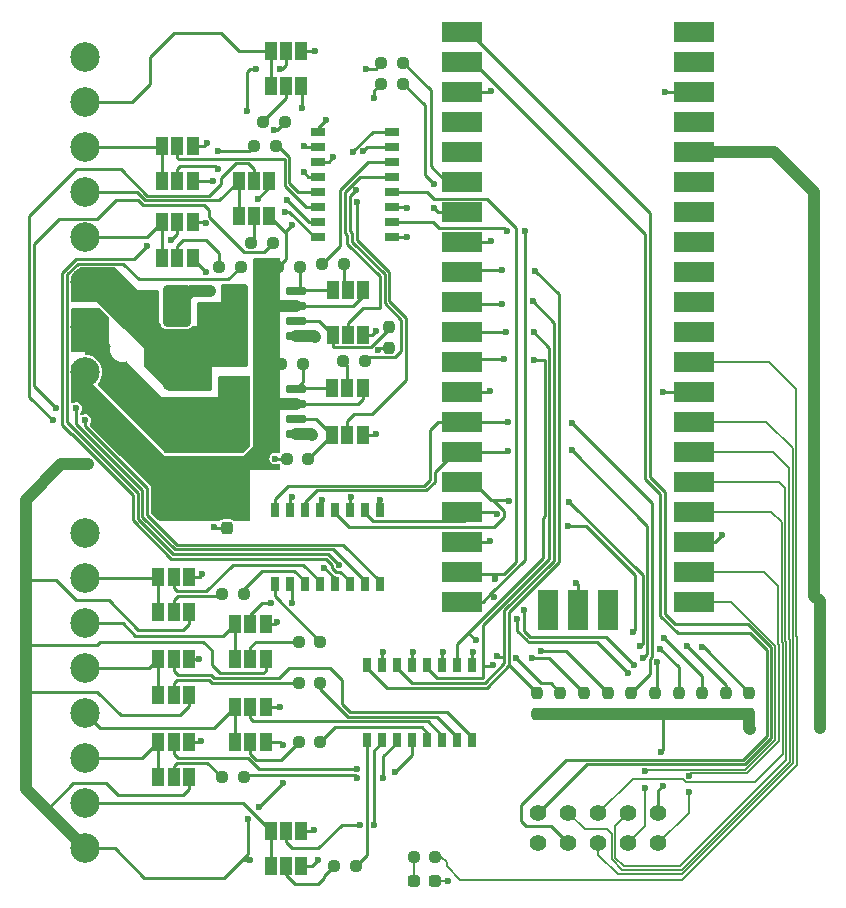
<source format=gtl>
%TF.GenerationSoftware,KiCad,Pcbnew,7.0.1-3b83917a11~172~ubuntu22.04.1*%
%TF.CreationDate,2023-03-24T23:57:15+01:00*%
%TF.ProjectId,door_if3_usb,646f6f72-5f69-4663-935f-7573622e6b69,rev?*%
%TF.SameCoordinates,Original*%
%TF.FileFunction,Copper,L1,Top*%
%TF.FilePolarity,Positive*%
%FSLAX46Y46*%
G04 Gerber Fmt 4.6, Leading zero omitted, Abs format (unit mm)*
G04 Created by KiCad (PCBNEW 7.0.1-3b83917a11~172~ubuntu22.04.1) date 2023-03-24 23:57:15*
%MOMM*%
%LPD*%
G01*
G04 APERTURE LIST*
G04 Aperture macros list*
%AMRoundRect*
0 Rectangle with rounded corners*
0 $1 Rounding radius*
0 $2 $3 $4 $5 $6 $7 $8 $9 X,Y pos of 4 corners*
0 Add a 4 corners polygon primitive as box body*
4,1,4,$2,$3,$4,$5,$6,$7,$8,$9,$2,$3,0*
0 Add four circle primitives for the rounded corners*
1,1,$1+$1,$2,$3*
1,1,$1+$1,$4,$5*
1,1,$1+$1,$6,$7*
1,1,$1+$1,$8,$9*
0 Add four rect primitives between the rounded corners*
20,1,$1+$1,$2,$3,$4,$5,0*
20,1,$1+$1,$4,$5,$6,$7,0*
20,1,$1+$1,$6,$7,$8,$9,0*
20,1,$1+$1,$8,$9,$2,$3,0*%
G04 Aperture macros list end*
%TA.AperFunction,SMDPad,CuDef*%
%ADD10R,1.300000X0.800000*%
%TD*%
%TA.AperFunction,SMDPad,CuDef*%
%ADD11RoundRect,0.237500X0.237500X-0.250000X0.237500X0.250000X-0.237500X0.250000X-0.237500X-0.250000X0*%
%TD*%
%TA.AperFunction,SMDPad,CuDef*%
%ADD12RoundRect,0.237500X0.250000X0.237500X-0.250000X0.237500X-0.250000X-0.237500X0.250000X-0.237500X0*%
%TD*%
%TA.AperFunction,SMDPad,CuDef*%
%ADD13R,1.000000X1.500000*%
%TD*%
%TA.AperFunction,SMDPad,CuDef*%
%ADD14RoundRect,0.237500X-0.250000X-0.237500X0.250000X-0.237500X0.250000X0.237500X-0.250000X0.237500X0*%
%TD*%
%TA.AperFunction,ComponentPad*%
%ADD15C,1.422400*%
%TD*%
%TA.AperFunction,SMDPad,CuDef*%
%ADD16RoundRect,0.150000X0.725000X0.150000X-0.725000X0.150000X-0.725000X-0.150000X0.725000X-0.150000X0*%
%TD*%
%TA.AperFunction,SMDPad,CuDef*%
%ADD17R,0.800000X1.300000*%
%TD*%
%TA.AperFunction,SMDPad,CuDef*%
%ADD18RoundRect,0.250000X0.900000X-1.500000X0.900000X1.500000X-0.900000X1.500000X-0.900000X-1.500000X0*%
%TD*%
%TA.AperFunction,ComponentPad*%
%ADD19C,2.500000*%
%TD*%
%TA.AperFunction,SMDPad,CuDef*%
%ADD20RoundRect,0.237500X0.287500X0.237500X-0.287500X0.237500X-0.287500X-0.237500X0.287500X-0.237500X0*%
%TD*%
%TA.AperFunction,SMDPad,CuDef*%
%ADD21RoundRect,0.237500X-0.237500X0.300000X-0.237500X-0.300000X0.237500X-0.300000X0.237500X0.300000X0*%
%TD*%
%TA.AperFunction,SMDPad,CuDef*%
%ADD22RoundRect,0.250000X-0.900000X1.500000X-0.900000X-1.500000X0.900000X-1.500000X0.900000X1.500000X0*%
%TD*%
%TA.AperFunction,SMDPad,CuDef*%
%ADD23R,1.700000X3.500000*%
%TD*%
%TA.AperFunction,SMDPad,CuDef*%
%ADD24R,3.500000X1.700000*%
%TD*%
%TA.AperFunction,ViaPad*%
%ADD25C,1.000000*%
%TD*%
%TA.AperFunction,ViaPad*%
%ADD26C,0.600000*%
%TD*%
%TA.AperFunction,Conductor*%
%ADD27C,1.000000*%
%TD*%
%TA.AperFunction,Conductor*%
%ADD28C,0.250000*%
%TD*%
%TA.AperFunction,Conductor*%
%ADD29C,0.150000*%
%TD*%
G04 APERTURE END LIST*
D10*
%TO.P,U4,16*%
%TO.N,Net-(R22-Pad1)*%
X140000000Y-73350000D03*
%TO.P,U4,15*%
%TO.N,Net-(JP18-C)*%
X140000000Y-74630000D03*
%TO.P,U4,14*%
%TO.N,Net-(R23-Pad1)*%
X140000000Y-75890000D03*
%TO.P,U4,13*%
%TO.N,Net-(JP20-C)*%
X140000000Y-77160000D03*
%TO.P,U4,12*%
%TO.N,S_IN9*%
X140000000Y-78440000D03*
%TO.P,U4,11*%
%TO.N,GND*%
X140000000Y-79710000D03*
%TO.P,U4,10*%
%TO.N,S_IN10*%
X140000000Y-80970000D03*
%TO.P,U4,9*%
%TO.N,GND*%
X140000000Y-82250000D03*
%TO.P,U4,8*%
%TO.N,Net-(JP24-C)*%
X133700000Y-82250000D03*
%TO.P,U4,7*%
%TO.N,Net-(R25-Pad1)*%
X133700000Y-80970000D03*
%TO.P,U4,6*%
%TO.N,Net-(JP22-C)*%
X133700000Y-79710000D03*
%TO.P,U4,5*%
%TO.N,Net-(R24-Pad1)*%
X133700000Y-78440000D03*
%TO.P,U4,4*%
%TO.N,GND*%
X133700000Y-77160000D03*
%TO.P,U4,3*%
%TO.N,Net-(R19-Pad2)*%
X133700000Y-75890000D03*
%TO.P,U4,2*%
%TO.N,GND*%
X133700000Y-74630000D03*
%TO.P,U4,1*%
%TO.N,Net-(R18-Pad2)*%
X133700000Y-73350000D03*
%TD*%
D11*
%TO.P,R3,1*%
%TO.N,+3V3*%
X154250000Y-122662500D03*
%TO.P,R3,2*%
%TO.N,S_IN2*%
X154250000Y-120837500D03*
%TD*%
D12*
%TO.P,R22,1*%
%TO.N,Net-(R22-Pad1)*%
X137662500Y-92750000D03*
%TO.P,R22,2*%
%TO.N,Net-(JP17-C)*%
X135837500Y-92750000D03*
%TD*%
D13*
%TO.P,JP13,1,A*%
%TO.N,+24V*%
X123100000Y-84000000D03*
%TO.P,JP13,2,C*%
%TO.N,Net-(JP13-C)*%
X121800000Y-84000000D03*
%TO.P,JP13,3,B*%
%TO.N,IN7*%
X120500000Y-84000000D03*
%TD*%
D14*
%TO.P,R26,1*%
%TO.N,GNDA*%
X131087500Y-101000000D03*
%TO.P,R26,2*%
%TO.N,Net-(JP18-A)*%
X132912500Y-101000000D03*
%TD*%
D15*
%TO.P,J2,1,Pin_1*%
%TO.N,+3V3*%
X162540000Y-131000000D03*
%TO.P,J2,2,Pin_2*%
%TO.N,SPI_CS*%
X162540000Y-133540000D03*
%TO.P,J2,3,Pin_3*%
%TO.N,SPI_MOSI*%
X160000000Y-131000000D03*
%TO.P,J2,4,Pin_4*%
%TO.N,SPI_MISO*%
X160000000Y-133540000D03*
%TO.P,J2,5,Pin_5*%
%TO.N,SPI_CLK*%
X157460000Y-131000000D03*
%TO.P,J2,6,Pin_6*%
%TO.N,I2C_SCL*%
X157460000Y-133540000D03*
%TO.P,J2,7,Pin_7*%
%TO.N,I2C_SDA*%
X154920000Y-131000000D03*
%TO.P,J2,8,Pin_8*%
%TO.N,UART_RX*%
X154920000Y-133540000D03*
%TO.P,J2,9,Pin_9*%
%TO.N,UART_TX*%
X152380000Y-131000000D03*
%TO.P,J2,10,Pin_10*%
%TO.N,GND*%
X152380000Y-133540000D03*
%TD*%
D13*
%TO.P,JP24,1,A*%
%TO.N,GNDA*%
X132300000Y-66500000D03*
%TO.P,JP24,2,C*%
%TO.N,Net-(JP24-C)*%
X131000000Y-66500000D03*
%TO.P,JP24,3,B*%
%TO.N,IN10*%
X129700000Y-66500000D03*
%TD*%
D14*
%TO.P,R1,1*%
%TO.N,Net-(D1-A)*%
X141837500Y-134750000D03*
%TO.P,R1,2*%
%TO.N,O_LED*%
X143662500Y-134750000D03*
%TD*%
D13*
%TO.P,JP1,3,B*%
%TO.N,IN1*%
X129700000Y-135500000D03*
%TO.P,JP1,2,C*%
%TO.N,Net-(JP1-C)*%
X131000000Y-135500000D03*
%TO.P,JP1,1,A*%
%TO.N,+24V*%
X132300000Y-135500000D03*
%TD*%
%TO.P,JP15,1,A*%
%TO.N,+24V*%
X129600000Y-80500000D03*
%TO.P,JP15,2,C*%
%TO.N,Net-(JP15-C)*%
X128300000Y-80500000D03*
%TO.P,JP15,3,B*%
%TO.N,IN8*%
X127000000Y-80500000D03*
%TD*%
D11*
%TO.P,R4,1*%
%TO.N,+3V3*%
X156250000Y-122662500D03*
%TO.P,R4,2*%
%TO.N,S_IN3*%
X156250000Y-120837500D03*
%TD*%
D16*
%TO.P,Q1,1,S1*%
%TO.N,GNDA*%
X131825000Y-98905000D03*
%TO.P,Q1,2,G1*%
%TO.N,Net-(JP18-A)*%
X131825000Y-97635000D03*
%TO.P,Q1,3,S2*%
%TO.N,+24V*%
X131825000Y-96365000D03*
%TO.P,Q1,4,G2*%
%TO.N,Net-(JP17-B)*%
X131825000Y-95095000D03*
%TO.P,Q1,5,D*%
%TO.N,OUT1*%
X126675000Y-95095000D03*
%TO.P,Q1,6,D*%
X126675000Y-96365000D03*
%TO.P,Q1,7,D*%
X126675000Y-97635000D03*
%TO.P,Q1,8,D*%
X126675000Y-98905000D03*
%TD*%
D12*
%TO.P,R15,1*%
%TO.N,Net-(R15-Pad1)*%
X127412500Y-112500000D03*
%TO.P,R15,2*%
%TO.N,Net-(JP11-C)*%
X125587500Y-112500000D03*
%TD*%
%TO.P,R16,1*%
%TO.N,Net-(R16-Pad1)*%
X127162500Y-84750000D03*
%TO.P,R16,2*%
%TO.N,Net-(JP13-C)*%
X125337500Y-84750000D03*
%TD*%
D16*
%TO.P,Q2,1,S1*%
%TO.N,GNDA*%
X131825000Y-90655000D03*
%TO.P,Q2,2,G1*%
%TO.N,Net-(JP20-A)*%
X131825000Y-89385000D03*
%TO.P,Q2,3,S2*%
%TO.N,+24V*%
X131825000Y-88115000D03*
%TO.P,Q2,4,G2*%
%TO.N,Net-(JP19-B)*%
X131825000Y-86845000D03*
%TO.P,Q2,5,D*%
%TO.N,OUT2*%
X126675000Y-86845000D03*
%TO.P,Q2,6,D*%
X126675000Y-88115000D03*
%TO.P,Q2,7,D*%
X126675000Y-89385000D03*
%TO.P,Q2,8,D*%
X126675000Y-90655000D03*
%TD*%
D13*
%TO.P,JP22,1,A*%
%TO.N,GNDA*%
X123100000Y-74500000D03*
%TO.P,JP22,2,C*%
%TO.N,Net-(JP22-C)*%
X121800000Y-74500000D03*
%TO.P,JP22,3,B*%
%TO.N,IN9*%
X120500000Y-74500000D03*
%TD*%
D17*
%TO.P,U2,1*%
%TO.N,Net-(R10-Pad1)*%
X137880000Y-124800000D03*
%TO.P,U2,2*%
%TO.N,Net-(JP2-C)*%
X139160000Y-124800000D03*
%TO.P,U2,3*%
%TO.N,Net-(R11-Pad1)*%
X140420000Y-124800000D03*
%TO.P,U2,4*%
%TO.N,Net-(JP4-C)*%
X141690000Y-124800000D03*
%TO.P,U2,5*%
%TO.N,Net-(R12-Pad1)*%
X142970000Y-124800000D03*
%TO.P,U2,6*%
%TO.N,Net-(JP6-C)*%
X144240000Y-124800000D03*
%TO.P,U2,7*%
%TO.N,Net-(R13-Pad1)*%
X145500000Y-124800000D03*
%TO.P,U2,8*%
%TO.N,Net-(JP8-C)*%
X146780000Y-124800000D03*
%TO.P,U2,9*%
%TO.N,GND*%
X146780000Y-118500000D03*
%TO.P,U2,10*%
%TO.N,S_IN4*%
X145500000Y-118500000D03*
%TO.P,U2,11*%
%TO.N,GND*%
X144240000Y-118500000D03*
%TO.P,U2,12*%
%TO.N,S_IN3*%
X142970000Y-118500000D03*
%TO.P,U2,13*%
%TO.N,GND*%
X141690000Y-118500000D03*
%TO.P,U2,14*%
%TO.N,S_IN2*%
X140420000Y-118500000D03*
%TO.P,U2,15*%
%TO.N,GND*%
X139160000Y-118500000D03*
%TO.P,U2,16*%
%TO.N,S_IN1*%
X137880000Y-118500000D03*
%TD*%
D11*
%TO.P,R27,1*%
%TO.N,GNDA*%
X139750000Y-91662500D03*
%TO.P,R27,2*%
%TO.N,Net-(JP20-A)*%
X139750000Y-89837500D03*
%TD*%
D12*
%TO.P,R24,1*%
%TO.N,Net-(R24-Pad1)*%
X130162500Y-74500000D03*
%TO.P,R24,2*%
%TO.N,Net-(JP21-C)*%
X128337500Y-74500000D03*
%TD*%
D17*
%TO.P,U3,1*%
%TO.N,Net-(R14-Pad1)*%
X130050000Y-111650000D03*
%TO.P,U3,2*%
%TO.N,Net-(JP10-C)*%
X131330000Y-111650000D03*
%TO.P,U3,3*%
%TO.N,Net-(R15-Pad1)*%
X132590000Y-111650000D03*
%TO.P,U3,4*%
%TO.N,Net-(JP12-C)*%
X133860000Y-111650000D03*
%TO.P,U3,5*%
%TO.N,Net-(R16-Pad1)*%
X135140000Y-111650000D03*
%TO.P,U3,6*%
%TO.N,Net-(JP14-C)*%
X136410000Y-111650000D03*
%TO.P,U3,7*%
%TO.N,Net-(R17-Pad1)*%
X137670000Y-111650000D03*
%TO.P,U3,8*%
%TO.N,Net-(JP16-C)*%
X138950000Y-111650000D03*
%TO.P,U3,9*%
%TO.N,GND*%
X138950000Y-105350000D03*
%TO.P,U3,10*%
%TO.N,S_IN8*%
X137670000Y-105350000D03*
%TO.P,U3,11*%
%TO.N,GND*%
X136410000Y-105350000D03*
%TO.P,U3,12*%
%TO.N,S_IN7*%
X135140000Y-105350000D03*
%TO.P,U3,13*%
%TO.N,GND*%
X133860000Y-105350000D03*
%TO.P,U3,14*%
%TO.N,S_IN6*%
X132590000Y-105350000D03*
%TO.P,U3,15*%
%TO.N,GND*%
X131330000Y-105350000D03*
%TO.P,U3,16*%
%TO.N,S_IN5*%
X130050000Y-105350000D03*
%TD*%
D13*
%TO.P,JP8,1,A*%
%TO.N,GNDA*%
X122800000Y-118000000D03*
%TO.P,JP8,2,C*%
%TO.N,Net-(JP8-C)*%
X121500000Y-118000000D03*
%TO.P,JP8,3,B*%
%TO.N,IN4*%
X120200000Y-118000000D03*
%TD*%
%TO.P,JP16,1,A*%
%TO.N,GNDA*%
X129600000Y-77500000D03*
%TO.P,JP16,2,C*%
%TO.N,Net-(JP16-C)*%
X128300000Y-77500000D03*
%TO.P,JP16,3,B*%
%TO.N,IN8*%
X127000000Y-77500000D03*
%TD*%
D12*
%TO.P,R25,1*%
%TO.N,Net-(R25-Pad1)*%
X130912500Y-72500000D03*
%TO.P,R25,2*%
%TO.N,Net-(JP23-C)*%
X129087500Y-72500000D03*
%TD*%
%TO.P,R17,1*%
%TO.N,Net-(R17-Pad1)*%
X129912500Y-82750000D03*
%TO.P,R17,2*%
%TO.N,Net-(JP15-C)*%
X128087500Y-82750000D03*
%TD*%
D14*
%TO.P,R23,1*%
%TO.N,Net-(R23-Pad1)*%
X134087500Y-84500000D03*
%TO.P,R23,2*%
%TO.N,Net-(JP19-C)*%
X135912500Y-84500000D03*
%TD*%
D11*
%TO.P,R5,1*%
%TO.N,+3V3*%
X158250000Y-122662500D03*
%TO.P,R5,2*%
%TO.N,S_IN4*%
X158250000Y-120837500D03*
%TD*%
D18*
%TO.P,D2,1,K*%
%TO.N,+24V*%
X121750000Y-103700000D03*
%TO.P,D2,2,A*%
%TO.N,OUT1*%
X121750000Y-98300000D03*
%TD*%
D13*
%TO.P,JP18,1,A*%
%TO.N,Net-(JP18-A)*%
X134900000Y-99000000D03*
%TO.P,JP18,2,C*%
%TO.N,Net-(JP18-C)*%
X136200000Y-99000000D03*
%TO.P,JP18,3,B*%
%TO.N,GNDA*%
X137500000Y-99000000D03*
%TD*%
D12*
%TO.P,R18,2*%
%TO.N,Net-(R18-Pad2)*%
X139087500Y-67500000D03*
%TO.P,R18,1*%
%TO.N,S_OUT1*%
X140912500Y-67500000D03*
%TD*%
D19*
%TO.P,J3,8,Pin_8*%
%TO.N,GNDA*%
X114000000Y-67000000D03*
%TO.P,J3,7,Pin_7*%
%TO.N,IN10*%
X114000000Y-70810000D03*
%TO.P,J3,6,Pin_6*%
%TO.N,IN9*%
X114000000Y-74620000D03*
%TO.P,J3,5,Pin_5*%
%TO.N,IN8*%
X114000000Y-78430000D03*
%TO.P,J3,4,Pin_4*%
%TO.N,IN7*%
X114000000Y-82240000D03*
%TO.P,J3,3,Pin_3*%
%TO.N,OUT2*%
X114000000Y-86050000D03*
%TO.P,J3,2,Pin_2*%
%TO.N,OUT1*%
X114000000Y-89860000D03*
%TO.P,J3,1,Pin_1*%
%TO.N,+24V*%
X114000000Y-93670000D03*
%TD*%
D12*
%TO.P,R14,1*%
%TO.N,Net-(R14-Pad1)*%
X133912500Y-116500000D03*
%TO.P,R14,2*%
%TO.N,Net-(JP9-C)*%
X132087500Y-116500000D03*
%TD*%
%TO.P,R11,1*%
%TO.N,Net-(R11-Pad1)*%
X127412500Y-128000000D03*
%TO.P,R11,2*%
%TO.N,Net-(JP3-C)*%
X125587500Y-128000000D03*
%TD*%
D11*
%TO.P,R2,2*%
%TO.N,S_IN1*%
X152250000Y-120837500D03*
%TO.P,R2,1*%
%TO.N,+3V3*%
X152250000Y-122662500D03*
%TD*%
D13*
%TO.P,JP23,3,B*%
%TO.N,IN10*%
X129700000Y-69500000D03*
%TO.P,JP23,2,C*%
%TO.N,Net-(JP23-C)*%
X131000000Y-69500000D03*
%TO.P,JP23,1,A*%
%TO.N,+24V*%
X132300000Y-69500000D03*
%TD*%
D11*
%TO.P,R8,2*%
%TO.N,S_IN7*%
X164250000Y-120837500D03*
%TO.P,R8,1*%
%TO.N,+3V3*%
X164250000Y-122662500D03*
%TD*%
D13*
%TO.P,JP5,1,A*%
%TO.N,+24V*%
X129300000Y-125000000D03*
%TO.P,JP5,2,C*%
%TO.N,Net-(JP5-C)*%
X128000000Y-125000000D03*
%TO.P,JP5,3,B*%
%TO.N,IN3*%
X126700000Y-125000000D03*
%TD*%
%TO.P,JP19,1,A*%
%TO.N,+24V*%
X137550000Y-86750000D03*
%TO.P,JP19,2,C*%
%TO.N,Net-(JP19-C)*%
X136250000Y-86750000D03*
%TO.P,JP19,3,B*%
%TO.N,Net-(JP19-B)*%
X134950000Y-86750000D03*
%TD*%
D20*
%TO.P,D1,1,K*%
%TO.N,GND*%
X143625000Y-136750000D03*
%TO.P,D1,2,A*%
%TO.N,Net-(D1-A)*%
X141875000Y-136750000D03*
%TD*%
D12*
%TO.P,R10,1*%
%TO.N,Net-(R10-Pad1)*%
X136912500Y-135500000D03*
%TO.P,R10,2*%
%TO.N,Net-(JP1-C)*%
X135087500Y-135500000D03*
%TD*%
D11*
%TO.P,R9,1*%
%TO.N,+3V3*%
X166250000Y-122662500D03*
%TO.P,R9,2*%
%TO.N,S_IN8*%
X166250000Y-120837500D03*
%TD*%
%TO.P,R20,1*%
%TO.N,+3V3*%
X168250000Y-122662500D03*
%TO.P,R20,2*%
%TO.N,S_IN9*%
X168250000Y-120837500D03*
%TD*%
D21*
%TO.P,C1,1*%
%TO.N,+24V*%
X126000000Y-105137500D03*
%TO.P,C1,2*%
%TO.N,GNDA*%
X126000000Y-106862500D03*
%TD*%
D19*
%TO.P,J1,8,Pin_8*%
%TO.N,GNDA*%
X114000000Y-107330000D03*
%TO.P,J1,7,Pin_7*%
%TO.N,IN6*%
X114000000Y-111140000D03*
%TO.P,J1,6,Pin_6*%
%TO.N,IN5*%
X114000000Y-114950000D03*
%TO.P,J1,5,Pin_5*%
%TO.N,IN4*%
X114000000Y-118760000D03*
%TO.P,J1,4,Pin_4*%
%TO.N,IN3*%
X114000000Y-122570000D03*
%TO.P,J1,3,Pin_3*%
%TO.N,IN2*%
X114000000Y-126380000D03*
%TO.P,J1,2,Pin_2*%
%TO.N,IN1*%
X114000000Y-130190000D03*
%TO.P,J1,1,Pin_1*%
%TO.N,+24V*%
X114000000Y-134000000D03*
%TD*%
D13*
%TO.P,JP3,1,A*%
%TO.N,+24V*%
X122800000Y-128000000D03*
%TO.P,JP3,2,C*%
%TO.N,Net-(JP3-C)*%
X121500000Y-128000000D03*
%TO.P,JP3,3,B*%
%TO.N,IN2*%
X120200000Y-128000000D03*
%TD*%
D12*
%TO.P,R13,1*%
%TO.N,Net-(R13-Pad1)*%
X133912500Y-120000000D03*
%TO.P,R13,2*%
%TO.N,Net-(JP7-C)*%
X132087500Y-120000000D03*
%TD*%
D13*
%TO.P,JP20,1,A*%
%TO.N,Net-(JP20-A)*%
X134950000Y-90500000D03*
%TO.P,JP20,2,C*%
%TO.N,Net-(JP20-C)*%
X136250000Y-90500000D03*
%TO.P,JP20,3,B*%
%TO.N,GNDA*%
X137550000Y-90500000D03*
%TD*%
D12*
%TO.P,R19,2*%
%TO.N,Net-(R19-Pad2)*%
X139087500Y-69250000D03*
%TO.P,R19,1*%
%TO.N,S_OUT2*%
X140912500Y-69250000D03*
%TD*%
D13*
%TO.P,JP4,1,A*%
%TO.N,GNDA*%
X122800000Y-125000000D03*
%TO.P,JP4,2,C*%
%TO.N,Net-(JP4-C)*%
X121500000Y-125000000D03*
%TO.P,JP4,3,B*%
%TO.N,IN2*%
X120200000Y-125000000D03*
%TD*%
D12*
%TO.P,R12,1*%
%TO.N,Net-(R12-Pad1)*%
X133912500Y-125000000D03*
%TO.P,R12,2*%
%TO.N,Net-(JP5-C)*%
X132087500Y-125000000D03*
%TD*%
D13*
%TO.P,JP12,1,A*%
%TO.N,GNDA*%
X122800000Y-111000000D03*
%TO.P,JP12,2,C*%
%TO.N,Net-(JP12-C)*%
X121500000Y-111000000D03*
%TO.P,JP12,3,B*%
%TO.N,IN6*%
X120200000Y-111000000D03*
%TD*%
%TO.P,JP7,1,A*%
%TO.N,+24V*%
X122800000Y-121000000D03*
%TO.P,JP7,2,C*%
%TO.N,Net-(JP7-C)*%
X121500000Y-121000000D03*
%TO.P,JP7,3,B*%
%TO.N,IN4*%
X120200000Y-121000000D03*
%TD*%
D11*
%TO.P,R6,2*%
%TO.N,S_IN5*%
X160250000Y-120837500D03*
%TO.P,R6,1*%
%TO.N,+3V3*%
X160250000Y-122662500D03*
%TD*%
D13*
%TO.P,JP9,3,B*%
%TO.N,IN5*%
X126700000Y-118000000D03*
%TO.P,JP9,2,C*%
%TO.N,Net-(JP9-C)*%
X128000000Y-118000000D03*
%TO.P,JP9,1,A*%
%TO.N,+24V*%
X129300000Y-118000000D03*
%TD*%
%TO.P,JP21,1,A*%
%TO.N,+24V*%
X123100000Y-77500000D03*
%TO.P,JP21,2,C*%
%TO.N,Net-(JP21-C)*%
X121800000Y-77500000D03*
%TO.P,JP21,3,B*%
%TO.N,IN9*%
X120500000Y-77500000D03*
%TD*%
D11*
%TO.P,R21,1*%
%TO.N,+3V3*%
X170250000Y-122662500D03*
%TO.P,R21,2*%
%TO.N,S_IN10*%
X170250000Y-120837500D03*
%TD*%
D13*
%TO.P,JP17,1,A*%
%TO.N,+24V*%
X137500000Y-95000000D03*
%TO.P,JP17,2,C*%
%TO.N,Net-(JP17-C)*%
X136200000Y-95000000D03*
%TO.P,JP17,3,B*%
%TO.N,Net-(JP17-B)*%
X134900000Y-95000000D03*
%TD*%
%TO.P,JP2,1,A*%
%TO.N,GNDA*%
X132300000Y-132500000D03*
%TO.P,JP2,2,C*%
%TO.N,Net-(JP2-C)*%
X131000000Y-132500000D03*
%TO.P,JP2,3,B*%
%TO.N,IN1*%
X129700000Y-132500000D03*
%TD*%
%TO.P,JP6,1,A*%
%TO.N,GNDA*%
X129300000Y-122000000D03*
%TO.P,JP6,2,C*%
%TO.N,Net-(JP6-C)*%
X128000000Y-122000000D03*
%TO.P,JP6,3,B*%
%TO.N,IN3*%
X126700000Y-122000000D03*
%TD*%
D12*
%TO.P,R28,1*%
%TO.N,Net-(JP17-B)*%
X132412500Y-93000000D03*
%TO.P,R28,2*%
%TO.N,+24V*%
X130587500Y-93000000D03*
%TD*%
D13*
%TO.P,JP11,3,B*%
%TO.N,IN6*%
X120200000Y-114000000D03*
%TO.P,JP11,2,C*%
%TO.N,Net-(JP11-C)*%
X121500000Y-114000000D03*
%TO.P,JP11,1,A*%
%TO.N,+24V*%
X122800000Y-114000000D03*
%TD*%
D22*
%TO.P,D4,1,K*%
%TO.N,+24V*%
X121750000Y-88050000D03*
%TO.P,D4,2,A*%
%TO.N,OUT2*%
X121750000Y-93450000D03*
%TD*%
D12*
%TO.P,R29,1*%
%TO.N,Net-(JP19-B)*%
X132162500Y-84750000D03*
%TO.P,R29,2*%
%TO.N,+24V*%
X130337500Y-84750000D03*
%TD*%
D13*
%TO.P,JP14,1,A*%
%TO.N,GNDA*%
X123100000Y-81000000D03*
%TO.P,JP14,2,C*%
%TO.N,Net-(JP14-C)*%
X121800000Y-81000000D03*
%TO.P,JP14,3,B*%
%TO.N,IN7*%
X120500000Y-81000000D03*
%TD*%
D23*
%TO.P,U1,43,SWDIO*%
%TO.N,unconnected-(U1-SWDIO-Pad43)*%
X158265000Y-113800000D03*
%TO.P,U1,42,GND*%
%TO.N,GND*%
X155725000Y-113800000D03*
%TO.P,U1,41,SWCLK*%
%TO.N,unconnected-(U1-SWCLK-Pad41)*%
X153185000Y-113800000D03*
D24*
%TO.P,U1,40,VBUS*%
%TO.N,unconnected-(U1-VBUS-Pad40)*%
X165515000Y-64870000D03*
%TO.P,U1,39,VSYS*%
%TO.N,unconnected-(U1-VSYS-Pad39)*%
X165515000Y-67410000D03*
%TO.P,U1,38,GND*%
%TO.N,GND*%
X165515000Y-69950000D03*
%TO.P,U1,37,3V3_EN*%
%TO.N,unconnected-(U1-3V3_EN-Pad37)*%
X165515000Y-72490000D03*
%TO.P,U1,36,3V3*%
%TO.N,+3V3*%
X165515000Y-75030000D03*
%TO.P,U1,35,ADC_VREF*%
%TO.N,unconnected-(U1-ADC_VREF-Pad35)*%
X165515000Y-77570000D03*
%TO.P,U1,34,GPIO28_ADC2*%
%TO.N,unconnected-(U1-GPIO28_ADC2-Pad34)*%
X165515000Y-80110000D03*
%TO.P,U1,33,AGND*%
%TO.N,unconnected-(U1-AGND-Pad33)*%
X165515000Y-82650000D03*
%TO.P,U1,32,GPIO27_ADC1*%
%TO.N,unconnected-(U1-GPIO27_ADC1-Pad32)*%
X165515000Y-85190000D03*
%TO.P,U1,31,GPIO26_ADC0*%
%TO.N,unconnected-(U1-GPIO26_ADC0-Pad31)*%
X165515000Y-87730000D03*
%TO.P,U1,30,RUN*%
%TO.N,unconnected-(U1-RUN-Pad30)*%
X165515000Y-90270000D03*
%TO.P,U1,29,GPIO22*%
%TO.N,O_LED*%
X165515000Y-92810000D03*
%TO.P,U1,28,GND*%
%TO.N,GND*%
X165515000Y-95350000D03*
%TO.P,U1,27,GPIO21*%
%TO.N,I2C_SCL*%
X165515000Y-97890000D03*
%TO.P,U1,26,GPIO20*%
%TO.N,I2C_SDA*%
X165515000Y-100430000D03*
%TO.P,U1,25,GPIO19*%
%TO.N,SPI_MOSI*%
X165515000Y-102970000D03*
%TO.P,U1,24,GPIO18*%
%TO.N,SPI_CLK*%
X165515000Y-105510000D03*
%TO.P,U1,23,GND*%
%TO.N,GND*%
X165515000Y-108050000D03*
%TO.P,U1,22,GPIO17*%
%TO.N,SPI_CS*%
X165515000Y-110590000D03*
%TO.P,U1,21,GPIO16*%
%TO.N,SPI_MISO*%
X165515000Y-113130000D03*
%TO.P,U1,20,GPIO15*%
%TO.N,S_IN10*%
X145935000Y-113130000D03*
%TO.P,U1,19,GPIO14*%
%TO.N,S_IN9*%
X145935000Y-110590000D03*
%TO.P,U1,18,GND*%
%TO.N,GND*%
X145935000Y-108050000D03*
%TO.P,U1,17,GPIO13*%
%TO.N,S_IN8*%
X145935000Y-105510000D03*
%TO.P,U1,16,GPIO12*%
%TO.N,S_IN7*%
X145935000Y-102970000D03*
%TO.P,U1,15,GPIO11*%
%TO.N,S_IN6*%
X145935000Y-100430000D03*
%TO.P,U1,14,GPIO10*%
%TO.N,S_IN5*%
X145935000Y-97890000D03*
%TO.P,U1,13,GND*%
%TO.N,GND*%
X145935000Y-95350000D03*
%TO.P,U1,12,GPIO9*%
%TO.N,S_IN4*%
X145935000Y-92810000D03*
%TO.P,U1,11,GPIO8*%
%TO.N,S_IN3*%
X145935000Y-90270000D03*
%TO.P,U1,10,GPIO7*%
%TO.N,S_IN2*%
X145935000Y-87730000D03*
%TO.P,U1,9,GPIO6*%
%TO.N,S_IN1*%
X145935000Y-85190000D03*
%TO.P,U1,8,GND*%
%TO.N,GND*%
X145935000Y-82650000D03*
%TO.P,U1,7,GPIO5*%
%TO.N,S_OUT2*%
X145935000Y-80110000D03*
%TO.P,U1,6,GPIO4*%
%TO.N,S_OUT1*%
X145935000Y-77570000D03*
%TO.P,U1,5,GPIO3*%
%TO.N,unconnected-(U1-GPIO3-Pad5)*%
X145935000Y-75030000D03*
%TO.P,U1,4,GPIO2*%
%TO.N,unconnected-(U1-GPIO2-Pad4)*%
X145935000Y-72490000D03*
%TO.P,U1,3,GND*%
%TO.N,GND*%
X145935000Y-69950000D03*
%TO.P,U1,2,GPIO1*%
%TO.N,UART_RX*%
X145935000Y-67410000D03*
%TO.P,U1,1,GPIO0*%
%TO.N,UART_TX*%
X145935000Y-64870000D03*
%TD*%
D11*
%TO.P,R7,2*%
%TO.N,S_IN6*%
X162250000Y-120837500D03*
%TO.P,R7,1*%
%TO.N,+3V3*%
X162250000Y-122662500D03*
%TD*%
D13*
%TO.P,JP10,1,A*%
%TO.N,GNDA*%
X129300000Y-115000000D03*
%TO.P,JP10,2,C*%
%TO.N,Net-(JP10-C)*%
X128000000Y-115000000D03*
%TO.P,JP10,3,B*%
%TO.N,IN5*%
X126700000Y-115000000D03*
%TD*%
D25*
%TO.N,GNDA*%
X133250000Y-99000000D03*
X133500000Y-90750000D03*
D26*
%TO.N,+24V*%
X124250000Y-85250000D03*
%TO.N,Net-(JP10-C)*%
X129750000Y-113250000D03*
X131500000Y-113250000D03*
%TO.N,+24V*%
X128000000Y-135000000D03*
X133750000Y-135000000D03*
X127750000Y-131500000D03*
X130750000Y-128500000D03*
X130750000Y-125250000D03*
X128750000Y-130500000D03*
%TO.N,GNDA*%
X130500000Y-122000000D03*
%TO.N,Net-(JP4-C)*%
X140250000Y-127500000D03*
X137000000Y-127250000D03*
%TO.N,Net-(R11-Pad1)*%
X137035146Y-128032812D03*
X139250000Y-128074500D03*
%TO.N,Net-(JP2-C)*%
X137250000Y-132000000D03*
X138500000Y-132000000D03*
D25*
%TO.N,+24V*%
X116750000Y-99250000D03*
X114250000Y-101500000D03*
%TO.N,OUT1*%
X123850000Y-97200000D03*
%TO.N,OUT2*%
X124250000Y-93850000D03*
D26*
%TO.N,GNDA*%
X133400000Y-132450000D03*
X123850000Y-124950000D03*
X130250000Y-114850000D03*
X123650000Y-117950000D03*
X123900000Y-110800000D03*
%TO.N,+3V3*%
X162900000Y-128700000D03*
X162793745Y-125825500D03*
%TO.N,SPI_MISO*%
X161400000Y-127474001D03*
X161400000Y-128900000D03*
%TO.N,SPI_CS*%
X165100000Y-127873502D03*
X165100000Y-129200000D03*
%TO.N,GND*%
X155600000Y-111500000D03*
X148300000Y-108000000D03*
X148300000Y-95300000D03*
X148400000Y-82600000D03*
X148400000Y-69900000D03*
X163100000Y-70000000D03*
X167900000Y-107500000D03*
X162900000Y-95400000D03*
%TO.N,+24V*%
X124800000Y-77500000D03*
X132400000Y-71300000D03*
X131500000Y-81200000D03*
%TO.N,GNDA*%
X130100000Y-101000000D03*
X124900000Y-106800000D03*
X138600000Y-98900000D03*
X138800000Y-91800000D03*
X138600000Y-90200000D03*
D25*
%TO.N,+24V*%
X128800000Y-86700000D03*
X124600000Y-86800000D03*
D26*
%TO.N,GNDA*%
X124300000Y-74300000D03*
X124200000Y-81100000D03*
X128600000Y-79000000D03*
X133500000Y-66500000D03*
%TO.N,Net-(JP24-C)*%
X128500000Y-68000000D03*
X130900000Y-80100000D03*
X130500000Y-68000000D03*
X127700000Y-71600000D03*
%TO.N,Net-(R25-Pad1)*%
X131100000Y-79100000D03*
X130025500Y-73148983D03*
%TO.N,GND*%
X144750000Y-136750000D03*
D25*
%TO.N,+3V3*%
X170300000Y-123900000D03*
X176200000Y-123800000D03*
D26*
%TO.N,S_IN10*%
X166200000Y-117000000D03*
X148600000Y-112700000D03*
X150600000Y-114600000D03*
X160000000Y-119200000D03*
%TO.N,S_IN9*%
X165000000Y-116900000D03*
X160500000Y-118500000D03*
X148700000Y-111200000D03*
X151200000Y-113800000D03*
%TO.N,S_IN8*%
X148900000Y-105700000D03*
X163000000Y-116200000D03*
X160400000Y-115700000D03*
X154900000Y-106700000D03*
%TO.N,S_IN7*%
X155000000Y-104700000D03*
X161000000Y-116900000D03*
X149900000Y-104600000D03*
X162700000Y-117100000D03*
%TO.N,S_IN6*%
X162400000Y-118225999D03*
X161259403Y-117890129D03*
X149800000Y-100400000D03*
X155200000Y-100300000D03*
%TO.N,S_IN5*%
X149800000Y-97900000D03*
X155200000Y-98000000D03*
%TO.N,S_IN4*%
X147100000Y-116400000D03*
X152587784Y-117274500D03*
%TO.N,S_IN3*%
X151800000Y-117900000D03*
X148500000Y-118500000D03*
%TO.N,S_IN2*%
X148900000Y-117700000D03*
X150500000Y-117925500D03*
%TO.N,GND*%
X146800000Y-117400000D03*
X144300000Y-117400000D03*
X141800000Y-117400000D03*
X139200000Y-117400000D03*
%TO.N,S_IN1*%
X149300000Y-85000000D03*
X152100000Y-85100000D03*
%TO.N,S_IN2*%
X149300000Y-87900000D03*
X151900000Y-87700000D03*
%TO.N,S_IN3*%
X152000000Y-90300000D03*
X149600000Y-90300000D03*
%TO.N,S_IN4*%
X152000000Y-92700000D03*
X149500000Y-92600000D03*
%TO.N,GND*%
X131500000Y-104250000D03*
X134044028Y-104474500D03*
X136500000Y-104274500D03*
X139000000Y-104500000D03*
X132500000Y-74500000D03*
X132500000Y-76750000D03*
X141250000Y-82250000D03*
X141250000Y-79750000D03*
%TO.N,S_OUT2*%
X143500000Y-79750000D03*
X143500000Y-77750000D03*
%TO.N,S_IN10*%
X149750000Y-81750000D03*
X151250000Y-81750000D03*
%TO.N,Net-(JP18-C)*%
X137000000Y-79250000D03*
X137500000Y-75000000D03*
%TO.N,Net-(R22-Pad1)*%
X136717178Y-75035171D03*
X136925500Y-78296297D03*
%TO.N,Net-(R19-Pad2)*%
X138500000Y-70500000D03*
%TO.N,Net-(R18-Pad2)*%
X137750000Y-68000000D03*
%TO.N,Net-(JP16-C)*%
X111250000Y-97750000D03*
X114000000Y-97750000D03*
%TO.N,Net-(R17-Pad1)*%
X111500000Y-96750000D03*
X113250000Y-96750000D03*
%TO.N,Net-(R16-Pad1)*%
X134250000Y-110250000D03*
X135478766Y-110021234D03*
%TO.N,Net-(JP14-C)*%
X119250000Y-83000000D03*
X121250000Y-82500000D03*
%TO.N,Net-(R19-Pad2)*%
X135000000Y-75500000D03*
%TO.N,Net-(R18-Pad2)*%
X134375000Y-72375000D03*
%TO.N,Net-(JP21-C)*%
X125250000Y-75000000D03*
X125250000Y-76500000D03*
%TD*%
D27*
%TO.N,+24V*%
X131825000Y-88115000D02*
X128915000Y-88115000D01*
D28*
X128915000Y-88115000D02*
X128900000Y-88100000D01*
D27*
%TO.N,GNDA*%
X131825000Y-98905000D02*
X133155000Y-98905000D01*
X133155000Y-98905000D02*
X133250000Y-99000000D01*
X131825000Y-90655000D02*
X133405000Y-90655000D01*
X133405000Y-90655000D02*
X133500000Y-90750000D01*
D28*
%TO.N,Net-(JP19-B)*%
X132162500Y-84750000D02*
X132162500Y-86507500D01*
X132162500Y-86507500D02*
X131825000Y-86845000D01*
%TO.N,Net-(JP4-C)*%
X127785519Y-126350499D02*
X121850499Y-126350499D01*
X128685020Y-127250000D02*
X127785519Y-126350499D01*
%TO.N,Net-(JP3-C)*%
X124337500Y-126750000D02*
X125587500Y-128000000D01*
%TO.N,Net-(JP4-C)*%
X121850499Y-126350499D02*
X121500000Y-126000000D01*
X137000000Y-127250000D02*
X128685020Y-127250000D01*
%TO.N,Net-(JP3-C)*%
X121750000Y-126750000D02*
X124337500Y-126750000D01*
%TO.N,Net-(JP4-C)*%
X121500000Y-126000000D02*
X121500000Y-125000000D01*
%TO.N,Net-(JP3-C)*%
X121500000Y-128000000D02*
X121500000Y-127000000D01*
X121500000Y-127000000D02*
X121750000Y-126750000D01*
%TO.N,Net-(R16-Pad1)*%
X112475000Y-97922030D02*
X113151485Y-98598515D01*
X112475000Y-85418324D02*
X112475000Y-97922030D01*
X113393324Y-84500000D02*
X112475000Y-85418324D01*
X117250000Y-84500000D02*
X113393324Y-84500000D01*
X118574500Y-85824500D02*
X117250000Y-84500000D01*
X126088000Y-85824500D02*
X118574500Y-85824500D01*
X127162500Y-84750000D02*
X126088000Y-85824500D01*
%TO.N,+24V*%
X123100000Y-84000000D02*
X123100000Y-84100000D01*
X123100000Y-84100000D02*
X124250000Y-85250000D01*
D27*
X128900000Y-95000000D02*
X128900000Y-93000000D01*
X128900000Y-93000000D02*
X128900000Y-89800000D01*
D28*
X130587500Y-93000000D02*
X128900000Y-93000000D01*
%TO.N,Net-(JP8-C)*%
X134750000Y-118750000D02*
X131250000Y-118750000D01*
%TO.N,+24V*%
X124000000Y-116500000D02*
X115250000Y-116500000D01*
%TO.N,Net-(JP7-C)*%
X124750000Y-120000000D02*
X132087500Y-120000000D01*
%TO.N,Net-(JP8-C)*%
X124915479Y-119600499D02*
X124665479Y-119350499D01*
%TO.N,+24V*%
X129300000Y-119000000D02*
X129099002Y-119200998D01*
%TO.N,Net-(JP7-C)*%
X121500000Y-121000000D02*
X121500000Y-120000000D01*
%TO.N,Net-(JP8-C)*%
X121850499Y-119350499D02*
X121500000Y-119000000D01*
%TO.N,Net-(JP7-C)*%
X121500000Y-120000000D02*
X121750000Y-119750000D01*
%TO.N,Net-(JP8-C)*%
X146780000Y-124550000D02*
X144680998Y-122450998D01*
%TO.N,+24V*%
X129099002Y-119200998D02*
X125450998Y-119200998D01*
%TO.N,Net-(JP8-C)*%
X121500000Y-119000000D02*
X121500000Y-118000000D01*
%TO.N,+24V*%
X129300000Y-118000000D02*
X129300000Y-119000000D01*
X124750000Y-118500000D02*
X124750000Y-117250000D01*
%TO.N,Net-(JP7-C)*%
X124500000Y-119750000D02*
X124750000Y-120000000D01*
%TO.N,+24V*%
X115250000Y-116500000D02*
X115000000Y-116750000D01*
X125450998Y-119200998D02*
X124750000Y-118500000D01*
X115000000Y-116750000D02*
X109250000Y-116750000D01*
%TO.N,Net-(JP8-C)*%
X135750000Y-121750000D02*
X135750000Y-119750000D01*
X146780000Y-124800000D02*
X146780000Y-124550000D01*
%TO.N,+24V*%
X124750000Y-117250000D02*
X124000000Y-116500000D01*
%TO.N,Net-(JP8-C)*%
X124665479Y-119350499D02*
X121850499Y-119350499D01*
X144680998Y-122450998D02*
X136450998Y-122450998D01*
X131250000Y-118750000D02*
X130399501Y-119600499D01*
X130399501Y-119600499D02*
X124915479Y-119600499D01*
%TO.N,+24V*%
X109250000Y-116750000D02*
X109000000Y-116500000D01*
%TO.N,Net-(JP8-C)*%
X135750000Y-119750000D02*
X134750000Y-118750000D01*
X136450998Y-122450998D02*
X135750000Y-121750000D01*
%TO.N,Net-(JP7-C)*%
X121750000Y-119750000D02*
X124500000Y-119750000D01*
%TO.N,Net-(JP10-C)*%
X128000000Y-115000000D02*
X128000000Y-114250000D01*
X128000000Y-114250000D02*
X129000000Y-113250000D01*
X129000000Y-113250000D02*
X129750000Y-113250000D01*
X131500000Y-113250000D02*
X131500000Y-111820000D01*
X131500000Y-111820000D02*
X131330000Y-111650000D01*
D27*
%TO.N,+24V*%
X109000000Y-116500000D02*
X109000000Y-111250000D01*
X109000000Y-120750000D02*
X109000000Y-116500000D01*
D28*
X132300000Y-135500000D02*
X133250000Y-135500000D01*
X133250000Y-135500000D02*
X133750000Y-135000000D01*
X127500000Y-135000000D02*
X127375000Y-134875000D01*
X128000000Y-135000000D02*
X127500000Y-135000000D01*
X127750000Y-134500000D02*
X127375000Y-134875000D01*
X127375000Y-134875000D02*
X125750000Y-136500000D01*
X129300000Y-125000000D02*
X130500000Y-125000000D01*
X130500000Y-125000000D02*
X130750000Y-125250000D01*
X130750000Y-128500000D02*
X128750000Y-130500000D01*
X127750000Y-131500000D02*
X127750000Y-134500000D01*
X125750000Y-136500000D02*
X119000000Y-136500000D01*
X119000000Y-136500000D02*
X116500000Y-134000000D01*
X116500000Y-134000000D02*
X114000000Y-134000000D01*
D27*
X110750000Y-130750000D02*
X109000000Y-129000000D01*
X114000000Y-134000000D02*
X110750000Y-130750000D01*
D28*
X122300000Y-129500000D02*
X116750000Y-129500000D01*
X122800000Y-128000000D02*
X122800000Y-129000000D01*
X122800000Y-129000000D02*
X122300000Y-129500000D01*
X116750000Y-129500000D02*
X115750000Y-128500000D01*
X115750000Y-128500000D02*
X113000000Y-128500000D01*
X113000000Y-128500000D02*
X110750000Y-130750000D01*
D27*
X109000000Y-111250000D02*
X109000000Y-104500000D01*
D28*
X122300000Y-115500000D02*
X118500000Y-115500000D01*
X122800000Y-114000000D02*
X122800000Y-115000000D01*
X113250000Y-113000000D02*
X111500000Y-111250000D01*
X122800000Y-115000000D02*
X122300000Y-115500000D01*
X118500000Y-115500000D02*
X116000000Y-113000000D01*
X116000000Y-113000000D02*
X113250000Y-113000000D01*
X111500000Y-111250000D02*
X109000000Y-111250000D01*
%TO.N,IN3*%
X124880001Y-123819999D02*
X126700000Y-122000000D01*
%TO.N,+24V*%
X117000000Y-122750000D02*
X115000000Y-120750000D01*
%TO.N,IN3*%
X115249999Y-123819999D02*
X124880001Y-123819999D01*
X114000000Y-122570000D02*
X115249999Y-123819999D01*
D27*
%TO.N,+24V*%
X109000000Y-129000000D02*
X109000000Y-120750000D01*
D28*
X122800000Y-121000000D02*
X122800000Y-121950000D01*
X122800000Y-121950000D02*
X122000000Y-122750000D01*
X122000000Y-122750000D02*
X117000000Y-122750000D01*
X115000000Y-120750000D02*
X109000000Y-120750000D01*
%TO.N,IN4*%
X120200000Y-118000000D02*
X120200000Y-121000000D01*
X114000000Y-118760000D02*
X119440000Y-118760000D01*
X119440000Y-118760000D02*
X120200000Y-118000000D01*
%TO.N,IN5*%
X126700000Y-115000000D02*
X126700000Y-118000000D01*
X114000000Y-114950000D02*
X117200000Y-114950000D01*
X117200000Y-114950000D02*
X118250000Y-116000000D01*
X118250000Y-116000000D02*
X125700000Y-116000000D01*
X125700000Y-116000000D02*
X126700000Y-115000000D01*
%TO.N,Net-(JP5-C)*%
X128000000Y-125000000D02*
X128000000Y-126000000D01*
X128000000Y-126000000D02*
X128500000Y-126500000D01*
X128500000Y-126500000D02*
X130587500Y-126500000D01*
X130587500Y-126500000D02*
X132087500Y-125000000D01*
%TO.N,IN3*%
X126700000Y-122000000D02*
X126700000Y-125000000D01*
%TO.N,Net-(JP11-C)*%
X121850499Y-112649501D02*
X125437999Y-112649501D01*
X125437999Y-112649501D02*
X125587500Y-112500000D01*
X121500000Y-113000000D02*
X121850499Y-112649501D01*
X121500000Y-114000000D02*
X121500000Y-113000000D01*
%TO.N,Net-(JP12-C)*%
X121500000Y-111000000D02*
X121500000Y-112000000D01*
X121500000Y-112000000D02*
X121750000Y-112250000D01*
X121750000Y-112250000D02*
X124250000Y-112250000D01*
X124250000Y-112250000D02*
X126500000Y-110000000D01*
X126500000Y-110000000D02*
X132460000Y-110000000D01*
X132460000Y-110000000D02*
X133860000Y-111400000D01*
X133860000Y-111400000D02*
X133860000Y-111650000D01*
%TO.N,Net-(R15-Pad1)*%
X127412500Y-112500000D02*
X127412500Y-112087500D01*
X129000000Y-110500000D02*
X131690000Y-110500000D01*
X131690000Y-110500000D02*
X132590000Y-111400000D01*
X127412500Y-112087500D02*
X129000000Y-110500000D01*
X132590000Y-111400000D02*
X132590000Y-111650000D01*
%TO.N,Net-(R14-Pad1)*%
X130050000Y-111650000D02*
X130050000Y-112637500D01*
X130050000Y-112637500D02*
X133912500Y-116500000D01*
%TO.N,Net-(JP9-C)*%
X128000000Y-118000000D02*
X128000000Y-117000000D01*
X128000000Y-117000000D02*
X128500000Y-116500000D01*
X128500000Y-116500000D02*
X132087500Y-116500000D01*
%TO.N,GNDA*%
X129300000Y-122000000D02*
X130500000Y-122000000D01*
%TO.N,Net-(JP1-C)*%
X131000000Y-135500000D02*
X131000000Y-136250000D01*
X131000000Y-136250000D02*
X131750000Y-137000000D01*
X133750000Y-137000000D02*
X134250000Y-136500000D01*
X131750000Y-137000000D02*
X133750000Y-137000000D01*
X134250000Y-136337500D02*
X135087500Y-135500000D01*
X134250000Y-136500000D02*
X134250000Y-136337500D01*
%TO.N,IN1*%
X129700000Y-132500000D02*
X129700000Y-135500000D01*
X114000000Y-130190000D02*
X127390000Y-130190000D01*
X127390000Y-130190000D02*
X129700000Y-132500000D01*
%TO.N,IN2*%
X120200000Y-125000000D02*
X120200000Y-128000000D01*
X114000000Y-126380000D02*
X118820000Y-126380000D01*
X118820000Y-126380000D02*
X120200000Y-125000000D01*
%TO.N,Net-(R11-Pad1)*%
X136826834Y-127824500D02*
X137035146Y-128032812D01*
%TO.N,Net-(JP4-C)*%
X141690000Y-126060000D02*
X140250000Y-127500000D01*
%TO.N,Net-(R11-Pad1)*%
X127412500Y-128000000D02*
X127588000Y-127824500D01*
X139250000Y-126220000D02*
X139250000Y-128074500D01*
X127588000Y-127824500D02*
X136826834Y-127824500D01*
X140420000Y-125050000D02*
X139250000Y-126220000D01*
X140420000Y-124800000D02*
X140420000Y-125050000D01*
%TO.N,Net-(JP4-C)*%
X141690000Y-124800000D02*
X141690000Y-126060000D01*
%TO.N,Net-(JP2-C)*%
X138500000Y-125710000D02*
X138500000Y-132000000D01*
X139160000Y-125050000D02*
X138500000Y-125710000D01*
X139160000Y-124800000D02*
X139160000Y-125050000D01*
X137250000Y-132000000D02*
X135750000Y-132000000D01*
X135750000Y-132000000D02*
X133750000Y-134000000D01*
X131500000Y-134000000D02*
X131000000Y-133500000D01*
X133750000Y-134000000D02*
X131500000Y-134000000D01*
X131000000Y-133500000D02*
X131000000Y-132500000D01*
%TO.N,Net-(R10-Pad1)*%
X137880000Y-124800000D02*
X137880000Y-134532500D01*
X137880000Y-134532500D02*
X136912500Y-135500000D01*
%TO.N,Net-(R12-Pad1)*%
X142970000Y-124800000D02*
X142970000Y-124220000D01*
X142970000Y-124220000D02*
X142500000Y-123750000D01*
X142500000Y-123750000D02*
X135162500Y-123750000D01*
X135162500Y-123750000D02*
X133912500Y-125000000D01*
%TO.N,Net-(R13-Pad1)*%
X145500000Y-124550000D02*
X143800499Y-122850499D01*
X143800499Y-122850499D02*
X136285519Y-122850499D01*
X133912500Y-120477480D02*
X133912500Y-120000000D01*
X136285519Y-122850499D02*
X133912500Y-120477480D01*
X145500000Y-124800000D02*
X145500000Y-124550000D01*
%TO.N,Net-(JP6-C)*%
X144240000Y-124800000D02*
X144240000Y-124490000D01*
X144240000Y-124490000D02*
X143000000Y-123250000D01*
X143000000Y-123250000D02*
X128250000Y-123250000D01*
X128250000Y-123250000D02*
X128000000Y-123000000D01*
X128000000Y-123000000D02*
X128000000Y-122000000D01*
D27*
%TO.N,+24V*%
X109000000Y-104500000D02*
X112000000Y-101500000D01*
X112000000Y-101500000D02*
X114250000Y-101500000D01*
X117250000Y-98750000D02*
X121750000Y-103250000D01*
X114000000Y-95500000D02*
X117250000Y-98750000D01*
X117250000Y-98750000D02*
X116750000Y-99250000D01*
%TO.N,OUT1*%
X121750000Y-98300000D02*
X122750000Y-98300000D01*
X122750000Y-98300000D02*
X123850000Y-97200000D01*
%TO.N,OUT2*%
X121750000Y-93450000D02*
X123850000Y-93450000D01*
X123850000Y-93450000D02*
X124250000Y-93850000D01*
D28*
%TO.N,GNDA*%
X132300000Y-132500000D02*
X133350000Y-132500000D01*
X133350000Y-132500000D02*
X133400000Y-132450000D01*
X122800000Y-125000000D02*
X123800000Y-125000000D01*
X123800000Y-125000000D02*
X123850000Y-124950000D01*
X129300000Y-115000000D02*
X130100000Y-115000000D01*
X130100000Y-115000000D02*
X130250000Y-114850000D01*
X122800000Y-118000000D02*
X123600000Y-118000000D01*
X123600000Y-118000000D02*
X123650000Y-117950000D01*
X122800000Y-111000000D02*
X123700000Y-111000000D01*
X123700000Y-111000000D02*
X123900000Y-110800000D01*
%TO.N,IN6*%
X120200000Y-111000000D02*
X120200000Y-114000000D01*
X114000000Y-111140000D02*
X120060000Y-111140000D01*
X120060000Y-111140000D02*
X120200000Y-111000000D01*
%TO.N,UART_RX*%
X154700000Y-126500000D02*
X150900000Y-130300000D01*
X170300000Y-115800000D02*
X171700000Y-117200000D01*
X169700000Y-126500000D02*
X154700000Y-126500000D01*
X171700000Y-124500000D02*
X169700000Y-126500000D01*
X171700000Y-117200000D02*
X171700000Y-124500000D01*
X150900000Y-131700000D02*
X151300000Y-132100000D01*
X150900000Y-130300000D02*
X150900000Y-131700000D01*
X164200000Y-115800000D02*
X170300000Y-115800000D01*
X162700000Y-114300000D02*
X164200000Y-115800000D01*
X162700000Y-104000000D02*
X162700000Y-114300000D01*
X161400000Y-81975000D02*
X161400000Y-102700000D01*
X161400000Y-102700000D02*
X162700000Y-104000000D01*
X146835000Y-67410000D02*
X161400000Y-81975000D01*
X151300000Y-132100000D02*
X153480000Y-132100000D01*
X153480000Y-132100000D02*
X154920000Y-133540000D01*
D29*
%TO.N,SPI_CLK*%
X172110000Y-105510000D02*
X173000000Y-106400000D01*
%TO.N,SPI_MISO*%
X164615000Y-113130000D02*
X168724269Y-113130000D01*
D28*
%TO.N,+3V3*%
X162900000Y-125719245D02*
X162793745Y-125825500D01*
D29*
%TO.N,SPI_MISO*%
X161524999Y-127349002D02*
X161400000Y-127474001D01*
D28*
%TO.N,UART_TX*%
X146835000Y-64870000D02*
X146835000Y-65235000D01*
X161800000Y-80200000D02*
X161800000Y-102535020D01*
D29*
%TO.N,SPI_CS*%
X164615000Y-110590000D02*
X171490000Y-110590000D01*
D28*
%TO.N,UART_TX*%
X161800000Y-102535020D02*
X163100000Y-103835020D01*
%TO.N,+3V3*%
X162800000Y-122662500D02*
X162900000Y-122762500D01*
D29*
%TO.N,SPI_MISO*%
X169910247Y-127349002D02*
X161524999Y-127349002D01*
%TO.N,SPI_CS*%
X171490000Y-110590000D02*
X172700000Y-111800000D01*
X165324999Y-127648503D02*
X165100000Y-127873502D01*
D28*
%TO.N,UART_TX*%
X146835000Y-65235000D02*
X161800000Y-80200000D01*
D29*
%TO.N,SPI_CS*%
X172749003Y-124933804D02*
X170034304Y-127648503D01*
%TO.N,SPI_MISO*%
X172449501Y-124809749D02*
X169910247Y-127349002D01*
D28*
%TO.N,UART_TX*%
X172100000Y-124664980D02*
X169865479Y-126899501D01*
X169865479Y-126899501D02*
X156480499Y-126899501D01*
X163100000Y-103835020D02*
X163100000Y-114135020D01*
D29*
%TO.N,SPI_CLK*%
X173048505Y-116607122D02*
X173048505Y-126051495D01*
D28*
%TO.N,UART_TX*%
X172100000Y-117000000D02*
X172100000Y-124664980D01*
D29*
%TO.N,SPI_CLK*%
X170701998Y-128398002D02*
X164882744Y-128398002D01*
%TO.N,SPI_CS*%
X172749003Y-116731177D02*
X172749003Y-124933804D01*
%TO.N,SPI_MISO*%
X172449501Y-116855232D02*
X172449501Y-124809749D01*
%TO.N,SPI_CLK*%
X173000000Y-106400000D02*
X173000000Y-116558616D01*
%TO.N,SPI_CS*%
X172700000Y-111800000D02*
X172700000Y-116682173D01*
%TO.N,SPI_CLK*%
X173048505Y-126051495D02*
X170701998Y-128398002D01*
X160360000Y-128100000D02*
X157460000Y-131000000D01*
D28*
%TO.N,+3V3*%
X162900000Y-122762500D02*
X162900000Y-125719245D01*
D29*
%TO.N,SPI_CS*%
X172700000Y-116682173D02*
X172749003Y-116731177D01*
D28*
%TO.N,UART_TX*%
X163964980Y-115000000D02*
X170100000Y-115000000D01*
X170100000Y-115000000D02*
X172100000Y-117000000D01*
X163100000Y-114135020D02*
X163964980Y-115000000D01*
D29*
%TO.N,SPI_CLK*%
X173000000Y-116558616D02*
X173048505Y-116607122D01*
%TO.N,SPI_MISO*%
X168724269Y-113130000D02*
X172449501Y-116855232D01*
%TO.N,SPI_CLK*%
X164882744Y-128398002D02*
X164584742Y-128100000D01*
D28*
%TO.N,UART_TX*%
X156480499Y-126899501D02*
X152380000Y-131000000D01*
D29*
%TO.N,SPI_CS*%
X170034304Y-127648503D02*
X165324999Y-127648503D01*
%TO.N,SPI_CLK*%
X164584742Y-128100000D02*
X160360000Y-128100000D01*
X164615000Y-105510000D02*
X172110000Y-105510000D01*
%TO.N,O_LED*%
X144150000Y-134750000D02*
X143662500Y-134750000D01*
%TO.N,I2C_SDA*%
X164615000Y-100430000D02*
X172230000Y-100430000D01*
%TO.N,I2C_SCL*%
X173947011Y-116234957D02*
X173947011Y-126800105D01*
%TO.N,I2C_SDA*%
X173647509Y-116359012D02*
X173647509Y-126676049D01*
%TO.N,O_LED*%
X174246513Y-116110902D02*
X174246513Y-126924161D01*
%TO.N,I2C_SDA*%
X173599501Y-101799501D02*
X173599501Y-116311003D01*
%TO.N,I2C_SCL*%
X173899002Y-100099002D02*
X173899002Y-116186947D01*
%TO.N,SPI_MOSI*%
X159600000Y-135500000D02*
X158900000Y-134800000D01*
%TO.N,I2C_SDA*%
X159475943Y-135799501D02*
X158600499Y-134924057D01*
%TO.N,I2C_SCL*%
X157460000Y-134545788D02*
X157460000Y-133540000D01*
%TO.N,O_LED*%
X144600000Y-135500000D02*
X144600000Y-135200000D01*
%TO.N,SPI_MOSI*%
X158900000Y-132100000D02*
X160000000Y-131000000D01*
X164615000Y-102970000D02*
X172770000Y-102970000D01*
%TO.N,I2C_SCL*%
X164615000Y-97890000D02*
X171690000Y-97890000D01*
%TO.N,O_LED*%
X174199002Y-116063390D02*
X174246513Y-116110902D01*
%TO.N,I2C_SCL*%
X171690000Y-97890000D02*
X173899002Y-100099002D01*
%TO.N,SPI_MOSI*%
X173348007Y-126551993D02*
X164400000Y-135500000D01*
%TO.N,I2C_SCL*%
X159113214Y-136199002D02*
X157460000Y-134545788D01*
%TO.N,SPI_MOSI*%
X173300000Y-116435059D02*
X173348007Y-116483067D01*
X173348007Y-116483067D02*
X173348007Y-126551993D01*
%TO.N,I2C_SDA*%
X156320000Y-132400000D02*
X154920000Y-131000000D01*
%TO.N,I2C_SCL*%
X164548114Y-136199002D02*
X159113214Y-136199002D01*
%TO.N,I2C_SDA*%
X172230000Y-100430000D02*
X173599501Y-101799501D01*
X173647509Y-126676049D02*
X164524057Y-135799501D01*
%TO.N,SPI_MOSI*%
X172770000Y-102970000D02*
X173300000Y-103500000D01*
%TO.N,I2C_SDA*%
X158600499Y-132800499D02*
X158200000Y-132400000D01*
%TO.N,SPI_MOSI*%
X173300000Y-103500000D02*
X173300000Y-116435059D01*
%TO.N,O_LED*%
X174199002Y-95099002D02*
X174199002Y-116063390D01*
X144600000Y-135200000D02*
X144150000Y-134750000D01*
%TO.N,I2C_SDA*%
X158600499Y-134924057D02*
X158600499Y-132800499D01*
%TO.N,O_LED*%
X171910000Y-92810000D02*
X174199002Y-95099002D01*
X164495174Y-136675500D02*
X145775500Y-136675500D01*
X174246513Y-126924161D02*
X164495174Y-136675500D01*
X164615000Y-92810000D02*
X171910000Y-92810000D01*
%TO.N,I2C_SDA*%
X173599501Y-116311003D02*
X173647509Y-116359012D01*
X164524057Y-135799501D02*
X159475943Y-135799501D01*
%TO.N,I2C_SCL*%
X173947011Y-126800105D02*
X164548114Y-136199002D01*
%TO.N,O_LED*%
X145775500Y-136675500D02*
X144600000Y-135500000D01*
%TO.N,I2C_SDA*%
X158200000Y-132400000D02*
X156320000Y-132400000D01*
%TO.N,SPI_MOSI*%
X164400000Y-135500000D02*
X159600000Y-135500000D01*
X158900000Y-134800000D02*
X158900000Y-132100000D01*
%TO.N,I2C_SCL*%
X173899002Y-116186947D02*
X173947011Y-116234957D01*
D28*
%TO.N,+3V3*%
X162540000Y-131000000D02*
X162540000Y-129060000D01*
X162540000Y-129060000D02*
X162900000Y-128700000D01*
D27*
X162250000Y-122662500D02*
X162800000Y-122662500D01*
X162800000Y-122662500D02*
X164250000Y-122662500D01*
D29*
%TO.N,SPI_MISO*%
X161400000Y-132140000D02*
X160000000Y-133540000D01*
X161400000Y-128900000D02*
X161400000Y-132140000D01*
%TO.N,SPI_CS*%
X165100000Y-129200000D02*
X165100000Y-130980000D01*
X165100000Y-130980000D02*
X162540000Y-133540000D01*
D28*
%TO.N,GND*%
X155725000Y-112900000D02*
X155725000Y-111625000D01*
X155725000Y-111625000D02*
X155600000Y-111500000D01*
X146835000Y-108050000D02*
X148250000Y-108050000D01*
X148250000Y-108050000D02*
X148300000Y-108000000D01*
X146835000Y-95350000D02*
X148250000Y-95350000D01*
X148250000Y-95350000D02*
X148300000Y-95300000D01*
X146835000Y-82650000D02*
X148350000Y-82650000D01*
X148350000Y-82650000D02*
X148400000Y-82600000D01*
X146835000Y-69950000D02*
X148350000Y-69950000D01*
X148350000Y-69950000D02*
X148400000Y-69900000D01*
X164615000Y-69950000D02*
X163150000Y-69950000D01*
X163150000Y-69950000D02*
X163100000Y-70000000D01*
X164615000Y-108050000D02*
X167350000Y-108050000D01*
X167350000Y-108050000D02*
X167900000Y-107500000D01*
X164615000Y-95350000D02*
X162950000Y-95350000D01*
X162950000Y-95350000D02*
X162900000Y-95400000D01*
%TO.N,+24V*%
X123100000Y-77500000D02*
X124800000Y-77500000D01*
X131000000Y-81900000D02*
X131000000Y-81700000D01*
%TO.N,Net-(JP24-C)*%
X131300000Y-80100000D02*
X130900000Y-80100000D01*
X133700000Y-82250000D02*
X133450000Y-82250000D01*
%TO.N,+24V*%
X131000000Y-81700000D02*
X131500000Y-81200000D01*
%TO.N,Net-(R25-Pad1)*%
X130263517Y-73148983D02*
X130025500Y-73148983D01*
%TO.N,+24V*%
X132400000Y-69600000D02*
X132300000Y-69500000D01*
%TO.N,Net-(R25-Pad1)*%
X130912500Y-72500000D02*
X130263517Y-73148983D01*
%TO.N,+24V*%
X132400000Y-71300000D02*
X132400000Y-69600000D01*
%TO.N,Net-(JP24-C)*%
X133450000Y-82250000D02*
X131300000Y-80100000D01*
%TO.N,GNDA*%
X131087500Y-101000000D02*
X130100000Y-101000000D01*
X126000000Y-106862500D02*
X124962500Y-106862500D01*
X124962500Y-106862500D02*
X124900000Y-106800000D01*
D27*
%TO.N,+24V*%
X125200000Y-103700000D02*
X126000000Y-104500000D01*
X126000000Y-104500000D02*
X126000000Y-105137500D01*
D28*
X129600000Y-80500000D02*
X131000000Y-81900000D01*
X131000000Y-81900000D02*
X131000000Y-84087500D01*
X131000000Y-84087500D02*
X130337500Y-84750000D01*
X130337500Y-84750000D02*
X130337500Y-85162500D01*
X130337500Y-85162500D02*
X128800000Y-86700000D01*
%TO.N,GNDA*%
X137500000Y-99000000D02*
X138500000Y-99000000D01*
X138500000Y-99000000D02*
X138600000Y-98900000D01*
%TO.N,+24V*%
X131825000Y-96365000D02*
X137135000Y-96365000D01*
X137500000Y-96000000D02*
X137500000Y-95000000D01*
X137135000Y-96365000D02*
X137500000Y-96000000D01*
D27*
X128900000Y-100000000D02*
X128900000Y-96300000D01*
X128900000Y-96300000D02*
X128900000Y-95000000D01*
X131825000Y-96365000D02*
X128965000Y-96365000D01*
D28*
X128965000Y-96365000D02*
X128900000Y-96300000D01*
%TO.N,Net-(JP20-A)*%
X138225500Y-91562034D02*
X139750000Y-90037534D01*
X135012034Y-91562034D02*
X138225500Y-91562034D01*
%TO.N,GNDA*%
X138937500Y-91662500D02*
X138800000Y-91800000D01*
%TO.N,Net-(JP20-A)*%
X134950000Y-91500000D02*
X135012034Y-91562034D01*
X134950000Y-90500000D02*
X134950000Y-91500000D01*
X139750000Y-90037534D02*
X139750000Y-89837500D01*
%TO.N,GNDA*%
X139750000Y-91662500D02*
X138937500Y-91662500D01*
X137550000Y-90500000D02*
X138300000Y-90500000D01*
X138300000Y-90500000D02*
X138600000Y-90200000D01*
%TO.N,+24V*%
X131825000Y-88115000D02*
X136685000Y-88115000D01*
X136685000Y-88115000D02*
X137550000Y-87250000D01*
X137550000Y-87250000D02*
X137550000Y-86750000D01*
D27*
X128900000Y-89800000D02*
X128900000Y-88100000D01*
X128900000Y-88100000D02*
X128900000Y-86800000D01*
%TO.N,OUT1*%
X126675000Y-98905000D02*
X122355000Y-98905000D01*
X122355000Y-98905000D02*
X121750000Y-98300000D01*
X126675000Y-97635000D02*
X126675000Y-98905000D01*
X126675000Y-96365000D02*
X126675000Y-97635000D01*
X126675000Y-95095000D02*
X126675000Y-96365000D01*
X114000000Y-89860000D02*
X114000000Y-90982994D01*
X114000000Y-90982994D02*
X121317006Y-98300000D01*
X121317006Y-98300000D02*
X121750000Y-98300000D01*
%TO.N,OUT2*%
X114000000Y-86050000D02*
X121400000Y-93450000D01*
X121400000Y-93450000D02*
X121750000Y-93450000D01*
X126675000Y-90655000D02*
X124545000Y-90655000D01*
X124545000Y-90655000D02*
X121750000Y-93450000D01*
X126675000Y-89385000D02*
X126675000Y-90655000D01*
X126675000Y-88115000D02*
X126675000Y-89385000D01*
X126675000Y-86845000D02*
X126675000Y-88115000D01*
%TO.N,+24V*%
X128900000Y-86800000D02*
X128800000Y-86700000D01*
X123000000Y-86800000D02*
X121750000Y-88050000D01*
X124600000Y-86800000D02*
X123000000Y-86800000D01*
X121750000Y-103700000D02*
X125200000Y-103700000D01*
X125200000Y-103700000D02*
X128900000Y-100000000D01*
X114000000Y-93670000D02*
X114000000Y-95500000D01*
X121750000Y-103250000D02*
X121750000Y-103700000D01*
D28*
%TO.N,GNDA*%
X123100000Y-74500000D02*
X124100000Y-74500000D01*
X124100000Y-74500000D02*
X124300000Y-74300000D01*
%TO.N,Net-(R17-Pad1)*%
X129912500Y-82750000D02*
X129162500Y-83500000D01*
X127412466Y-83500000D02*
X124500000Y-80587534D01*
X114965000Y-80715000D02*
X111785000Y-80715000D01*
X129162500Y-83500000D02*
X127412466Y-83500000D01*
X124500000Y-80587534D02*
X124500000Y-80000000D01*
X116599042Y-79080958D02*
X114965000Y-80715000D01*
X124500000Y-80000000D02*
X124049002Y-79549002D01*
X118919042Y-79549002D02*
X118450998Y-79080958D01*
X118450998Y-79080958D02*
X116599042Y-79080958D01*
X109650000Y-94900000D02*
X111500000Y-96750000D01*
X124049002Y-79549002D02*
X118919042Y-79549002D01*
X111785000Y-80715000D02*
X109650000Y-82850000D01*
X109650000Y-82850000D02*
X109650000Y-94900000D01*
%TO.N,GNDA*%
X123100000Y-81000000D02*
X124100000Y-81000000D01*
X124100000Y-81000000D02*
X124200000Y-81100000D01*
X129600000Y-77500000D02*
X129600000Y-78000000D01*
X129600000Y-78000000D02*
X128600000Y-79000000D01*
X132300000Y-66500000D02*
X133500000Y-66500000D01*
%TO.N,Net-(JP24-C)*%
X130500000Y-68000000D02*
X130700000Y-68000000D01*
X130700000Y-68000000D02*
X131000000Y-67700000D01*
X131000000Y-67700000D02*
X131000000Y-66500000D01*
X127700000Y-71600000D02*
X127700000Y-68300000D01*
X128000000Y-68000000D02*
X128500000Y-68000000D01*
X127700000Y-68300000D02*
X128000000Y-68000000D01*
%TO.N,Net-(R25-Pad1)*%
X133700000Y-80970000D02*
X132970000Y-80970000D01*
X132970000Y-80970000D02*
X131100000Y-79100000D01*
%TO.N,Net-(R24-Pad1)*%
X130162500Y-74500000D02*
X130315685Y-74500000D01*
X130315685Y-74500000D02*
X131300000Y-75484315D01*
X131300000Y-75484315D02*
X131300000Y-77700000D01*
X131300000Y-77700000D02*
X132040000Y-78440000D01*
X132040000Y-78440000D02*
X133700000Y-78440000D01*
%TO.N,Net-(JP22-C)*%
X132710000Y-79710000D02*
X133700000Y-79710000D01*
X130900499Y-77900499D02*
X132710000Y-79710000D01*
X121900499Y-75600499D02*
X130850499Y-75600499D01*
X130900499Y-75650499D02*
X130900499Y-77900499D01*
X130850499Y-75600499D02*
X130900499Y-75650499D01*
X121800000Y-75500000D02*
X121900499Y-75600499D01*
X121800000Y-74500000D02*
X121800000Y-75500000D01*
D29*
%TO.N,GND*%
X143625000Y-136750000D02*
X144750000Y-136750000D01*
%TO.N,Net-(D1-A)*%
X141837500Y-134750000D02*
X141837500Y-136712500D01*
X141837500Y-136712500D02*
X141875000Y-136750000D01*
D27*
%TO.N,+3V3*%
X170250000Y-122662500D02*
X170250000Y-123850000D01*
X170250000Y-123850000D02*
X170300000Y-123900000D01*
X176200000Y-113100000D02*
X175700000Y-112600000D01*
X176200000Y-123800000D02*
X176200000Y-113100000D01*
X175700000Y-112600000D02*
X175700000Y-78400000D01*
X175700000Y-78400000D02*
X172330000Y-75030000D01*
X172330000Y-75030000D02*
X164615000Y-75030000D01*
X168250000Y-122662500D02*
X170250000Y-122662500D01*
X166250000Y-122662500D02*
X168250000Y-122662500D01*
X164250000Y-122662500D02*
X166250000Y-122662500D01*
X160250000Y-122662500D02*
X162250000Y-122662500D01*
X158250000Y-122662500D02*
X160250000Y-122662500D01*
X156250000Y-122662500D02*
X158250000Y-122662500D01*
X154250000Y-122662500D02*
X156250000Y-122662500D01*
X152250000Y-122662500D02*
X154250000Y-122662500D01*
D28*
%TO.N,S_IN6*%
X161599501Y-106699501D02*
X161599501Y-117550031D01*
%TO.N,S_IN10*%
X151500000Y-116500000D02*
X153400000Y-116500000D01*
%TO.N,S_IN5*%
X161999002Y-104799002D02*
X161999002Y-117814531D01*
X161825500Y-119262000D02*
X160250000Y-120837500D01*
%TO.N,S_IN6*%
X162250000Y-120837500D02*
X162400000Y-120687500D01*
%TO.N,S_IN9*%
X151200000Y-113800000D02*
X151200000Y-115600000D01*
%TO.N,S_IN6*%
X161599501Y-117550031D02*
X161259403Y-117890129D01*
X155200000Y-100300000D02*
X161599501Y-106699501D01*
%TO.N,S_IN9*%
X151200000Y-115600000D02*
X151700499Y-116100499D01*
%TO.N,S_IN6*%
X162400000Y-120687500D02*
X162400000Y-118225999D01*
%TO.N,S_IN10*%
X151250000Y-109565685D02*
X148407843Y-112407843D01*
%TO.N,S_IN5*%
X155200000Y-98000000D02*
X161999002Y-104799002D01*
%TO.N,S_IN10*%
X148407843Y-112407843D02*
X147685685Y-113130000D01*
%TO.N,S_IN5*%
X161999002Y-117814531D02*
X161825500Y-117988033D01*
%TO.N,S_IN10*%
X148600000Y-112600000D02*
X148600000Y-112700000D01*
X151400000Y-116400000D02*
X151500000Y-116500000D01*
%TO.N,S_IN9*%
X151700499Y-116100499D02*
X158100499Y-116100499D01*
X158100499Y-116100499D02*
X160500000Y-118500000D01*
%TO.N,S_IN10*%
X148407843Y-112407843D02*
X148600000Y-112600000D01*
X157300000Y-116500000D02*
X160000000Y-119200000D01*
%TO.N,S_IN4*%
X154687000Y-117274500D02*
X152587784Y-117274500D01*
%TO.N,S_IN10*%
X166200000Y-117000000D02*
X166412500Y-117000000D01*
X150600000Y-114600000D02*
X150600000Y-115600000D01*
%TO.N,S_IN5*%
X161825500Y-117988033D02*
X161825500Y-119262000D01*
%TO.N,S_IN4*%
X158250000Y-120837500D02*
X154687000Y-117274500D01*
%TO.N,S_IN10*%
X153400000Y-116500000D02*
X157300000Y-116500000D01*
X150600000Y-115600000D02*
X151400000Y-116400000D01*
X166412500Y-117000000D02*
X170250000Y-120837500D01*
%TO.N,S_IN9*%
X148800000Y-110750000D02*
X146995000Y-110750000D01*
X148800000Y-110750000D02*
X148800000Y-111100000D01*
X149500000Y-110750000D02*
X148800000Y-110750000D01*
X168250000Y-120150000D02*
X168250000Y-120837500D01*
X148800000Y-111100000D02*
X148700000Y-111200000D01*
X165000000Y-116900000D02*
X168250000Y-120150000D01*
%TO.N,S_IN7*%
X136340000Y-106800000D02*
X148612466Y-106800000D01*
X149474500Y-105462034D02*
X148547466Y-104535000D01*
%TO.N,S_IN8*%
X148710000Y-105510000D02*
X148900000Y-105700000D01*
X160600000Y-115500000D02*
X160400000Y-115700000D01*
X154900000Y-106700000D02*
X156400000Y-106700000D01*
X160600000Y-110900000D02*
X160600000Y-115500000D01*
X146835000Y-105510000D02*
X148710000Y-105510000D01*
%TO.N,S_IN7*%
X149474500Y-105937966D02*
X149474500Y-105462034D01*
X135140000Y-105350000D02*
X135140000Y-105600000D01*
X148612466Y-106800000D02*
X149474500Y-105937966D01*
%TO.N,S_IN8*%
X156400000Y-106700000D02*
X160600000Y-110900000D01*
X163000000Y-116200000D02*
X166250000Y-119450000D01*
%TO.N,S_IN7*%
X148547466Y-104535000D02*
X148400000Y-104535000D01*
X135140000Y-105600000D02*
X136340000Y-106800000D01*
%TO.N,S_IN8*%
X166250000Y-119450000D02*
X166250000Y-120837500D01*
%TO.N,S_IN7*%
X161200000Y-110900000D02*
X161200000Y-113400000D01*
X162700000Y-117100000D02*
X164250000Y-118650000D01*
X161200000Y-113400000D02*
X161200000Y-116700000D01*
X164250000Y-118650000D02*
X164250000Y-120837500D01*
X148400000Y-104535000D02*
X149835000Y-104535000D01*
X149835000Y-104535000D02*
X149900000Y-104600000D01*
X155000000Y-104700000D02*
X161200000Y-110900000D01*
X161200000Y-116700000D02*
X161000000Y-116900000D01*
%TO.N,S_IN6*%
X146835000Y-100430000D02*
X149770000Y-100430000D01*
X149770000Y-100430000D02*
X149800000Y-100400000D01*
%TO.N,S_IN5*%
X146835000Y-97890000D02*
X149790000Y-97890000D01*
X149790000Y-97890000D02*
X149800000Y-97900000D01*
%TO.N,S_IN3*%
X153300998Y-109469042D02*
X153300998Y-91600998D01*
X153300998Y-91600998D02*
X152000000Y-90300000D01*
X147674500Y-116637966D02*
X147674500Y-115095540D01*
X147670040Y-116642426D02*
X147674500Y-116637966D01*
%TO.N,S_IN4*%
X145500000Y-116705060D02*
X146452530Y-115752530D01*
%TO.N,S_IN3*%
X147674500Y-115095540D02*
X153300998Y-109469042D01*
X147670040Y-118600000D02*
X147670040Y-116642426D01*
%TO.N,S_IN4*%
X146452530Y-115752530D02*
X147100000Y-116400000D01*
X146452530Y-115752530D02*
X152801497Y-109403563D01*
%TO.N,S_IN2*%
X154250000Y-120837500D02*
X153412500Y-120000000D01*
X153412500Y-120000000D02*
X152574500Y-120000000D01*
%TO.N,S_IN3*%
X147670040Y-118600000D02*
X148400000Y-118600000D01*
X147670040Y-119600000D02*
X147670040Y-118600000D01*
X148400000Y-118600000D02*
X148500000Y-118500000D01*
%TO.N,S_IN2*%
X152574500Y-120000000D02*
X150500000Y-117925500D01*
%TO.N,S_IN3*%
X151800000Y-117900000D02*
X153312500Y-117900000D01*
X153312500Y-117900000D02*
X156250000Y-120837500D01*
%TO.N,S_IN2*%
X149500499Y-117800000D02*
X149500499Y-113834521D01*
X149500499Y-118334521D02*
X149500499Y-117800000D01*
X149500499Y-117800000D02*
X149000000Y-117800000D01*
X149000000Y-117800000D02*
X148900000Y-117700000D01*
%TO.N,S_IN1*%
X149900000Y-118500000D02*
X152237500Y-120837500D01*
X152237500Y-120837500D02*
X152250000Y-120837500D01*
%TO.N,GND*%
X146780000Y-118500000D02*
X146780000Y-117420000D01*
X146780000Y-117420000D02*
X146800000Y-117400000D01*
X144240000Y-118500000D02*
X144240000Y-117460000D01*
X144240000Y-117460000D02*
X144300000Y-117400000D01*
X141690000Y-118500000D02*
X141690000Y-117510000D01*
X141690000Y-117510000D02*
X141800000Y-117400000D01*
X139160000Y-118500000D02*
X139160000Y-117440000D01*
X139160000Y-117440000D02*
X139200000Y-117400000D01*
%TO.N,S_IN1*%
X137880000Y-118500000D02*
X137880000Y-118750000D01*
X137880000Y-118750000D02*
X139530000Y-120400000D01*
X139530000Y-120400000D02*
X148000000Y-120400000D01*
X149900000Y-114000000D02*
X154100000Y-109800000D01*
X148000000Y-120400000D02*
X149900000Y-118500000D01*
X149900000Y-118500000D02*
X149900000Y-114000000D01*
X154100000Y-109800000D02*
X154100000Y-87100000D01*
X154100000Y-87100000D02*
X152100000Y-85100000D01*
%TO.N,S_IN2*%
X153700499Y-89500499D02*
X151900000Y-87700000D01*
X149500499Y-113834521D02*
X153700499Y-109634521D01*
%TO.N,S_IN3*%
X142970000Y-118750000D02*
X143820000Y-119600000D01*
%TO.N,S_IN2*%
X153700499Y-109634521D02*
X153700499Y-89500499D01*
%TO.N,S_IN3*%
X143820000Y-119600000D02*
X147670040Y-119600000D01*
%TO.N,S_IN4*%
X152901497Y-92700000D02*
X152000000Y-92700000D01*
%TO.N,S_IN2*%
X140420000Y-118500000D02*
X140420000Y-118750000D01*
X141670000Y-120000000D02*
X147835020Y-120000000D01*
%TO.N,S_IN4*%
X145500000Y-118500000D02*
X145500000Y-116705060D01*
%TO.N,S_IN2*%
X147835020Y-120000000D02*
X149500499Y-118334521D01*
X140420000Y-118750000D02*
X141670000Y-120000000D01*
%TO.N,S_IN1*%
X149300000Y-85000000D02*
X147025000Y-85000000D01*
%TO.N,S_IN3*%
X142970000Y-118500000D02*
X142970000Y-118750000D01*
%TO.N,S_IN4*%
X152801497Y-109403563D02*
X152801497Y-106003563D01*
X152801497Y-106003563D02*
X152901497Y-105903563D01*
X152901497Y-105903563D02*
X152901497Y-92700000D01*
%TO.N,S_IN1*%
X147025000Y-85000000D02*
X146835000Y-85190000D01*
%TO.N,S_IN2*%
X149300000Y-87900000D02*
X147005000Y-87900000D01*
X147005000Y-87900000D02*
X146835000Y-87730000D01*
%TO.N,S_IN3*%
X149600000Y-90300000D02*
X146865000Y-90300000D01*
X146865000Y-90300000D02*
X146835000Y-90270000D01*
%TO.N,S_IN4*%
X149500000Y-92600000D02*
X147045000Y-92600000D01*
X147045000Y-92600000D02*
X146835000Y-92810000D01*
%TO.N,S_IN5*%
X130050000Y-105350000D02*
X130050000Y-104450000D01*
X131200000Y-103300000D02*
X142700000Y-103300000D01*
X130050000Y-104450000D02*
X131200000Y-103300000D01*
X143910000Y-97890000D02*
X146835000Y-97890000D01*
X142700000Y-103300000D02*
X143200000Y-102800000D01*
X143200000Y-102800000D02*
X143200000Y-98600000D01*
X143200000Y-98600000D02*
X143910000Y-97890000D01*
%TO.N,S_IN6*%
X132590000Y-104710000D02*
X133600000Y-103700000D01*
X132590000Y-105350000D02*
X132590000Y-104710000D01*
%TO.N,GND*%
X136410000Y-105350000D02*
X136410000Y-104364500D01*
%TO.N,S_IN6*%
X142900000Y-103700000D02*
X143600000Y-103000000D01*
X143600000Y-103000000D02*
X143600000Y-102155000D01*
%TO.N,GND*%
X133860000Y-105350000D02*
X133860000Y-104658528D01*
%TO.N,S_IN6*%
X133600000Y-103700000D02*
X142900000Y-103700000D01*
X143600000Y-102155000D02*
X145325000Y-100430000D01*
%TO.N,GND*%
X136410000Y-104364500D02*
X136500000Y-104274500D01*
X133860000Y-104658528D02*
X134044028Y-104474500D01*
%TO.N,S_IN6*%
X145325000Y-100430000D02*
X146835000Y-100430000D01*
%TO.N,S_IN7*%
X148400000Y-104535000D02*
X146835000Y-102970000D01*
%TO.N,S_IN8*%
X137670000Y-105350000D02*
X137670000Y-105600000D01*
X146045000Y-106300000D02*
X146835000Y-105510000D01*
X137670000Y-105600000D02*
X138370000Y-106300000D01*
X138370000Y-106300000D02*
X146045000Y-106300000D01*
%TO.N,Net-(JP16-C)*%
X121800000Y-108300000D02*
X119250000Y-105750000D01*
X138950000Y-111650000D02*
X138950000Y-111400000D01*
%TO.N,Net-(JP14-C)*%
X134904266Y-110011714D02*
X134904266Y-110259200D01*
%TO.N,Net-(R17-Pad1)*%
X113250000Y-98064980D02*
X118850499Y-103665479D01*
X113250000Y-96750000D02*
X113250000Y-98064980D01*
%TO.N,Net-(JP16-C)*%
X135850000Y-108300000D02*
X121800000Y-108300000D01*
%TO.N,Net-(JP14-C)*%
X134904266Y-110259200D02*
X135240800Y-110595734D01*
%TO.N,Net-(R17-Pad1)*%
X118850499Y-103665479D02*
X118850499Y-105915479D01*
X118850499Y-105915479D02*
X121634521Y-108699501D01*
X137670000Y-111400000D02*
X137670000Y-111650000D01*
%TO.N,Net-(R16-Pad1)*%
X118450998Y-106080958D02*
X121469042Y-109099002D01*
%TO.N,Net-(JP16-C)*%
X138950000Y-111400000D02*
X135850000Y-108300000D01*
%TO.N,Net-(R16-Pad1)*%
X134556534Y-109099002D02*
X135478766Y-110021234D01*
%TO.N,Net-(R17-Pad1)*%
X121634521Y-108699501D02*
X134969501Y-108699501D01*
%TO.N,Net-(JP14-C)*%
X136410000Y-111400000D02*
X136410000Y-111650000D01*
%TO.N,Net-(JP16-C)*%
X119250000Y-105750000D02*
X119250000Y-103500000D01*
%TO.N,Net-(JP14-C)*%
X121303563Y-109498503D02*
X134391055Y-109498503D01*
X135605734Y-110595734D02*
X136410000Y-111400000D01*
X118051497Y-104064213D02*
X118051497Y-106246437D01*
%TO.N,Net-(R16-Pad1)*%
X113052264Y-98500000D02*
X118450998Y-103898734D01*
X121469042Y-109099002D02*
X134556534Y-109099002D01*
%TO.N,Net-(R17-Pad1)*%
X134969501Y-108699501D02*
X137670000Y-111400000D01*
%TO.N,Net-(JP14-C)*%
X135240800Y-110595734D02*
X135605734Y-110595734D01*
%TO.N,Net-(R16-Pad1)*%
X118450998Y-103898734D02*
X118450998Y-106080958D01*
%TO.N,Net-(JP14-C)*%
X134391055Y-109498503D02*
X134904266Y-110011714D01*
X118051497Y-106246437D02*
X121303563Y-109498503D01*
X112886785Y-98899501D02*
X118051497Y-104064213D01*
X112834521Y-98899501D02*
X112886785Y-98899501D01*
%TO.N,Net-(JP16-C)*%
X119250000Y-103500000D02*
X114000000Y-98250000D01*
X114000000Y-98250000D02*
X114000000Y-97750000D01*
%TO.N,GND*%
X131330000Y-105350000D02*
X131330000Y-104420000D01*
X131330000Y-104420000D02*
X131500000Y-104250000D01*
X138950000Y-105350000D02*
X138950000Y-104550000D01*
X138950000Y-104550000D02*
X139000000Y-104500000D01*
%TO.N,Net-(JP18-C)*%
X138250000Y-97250000D02*
X141149501Y-94350499D01*
%TO.N,Net-(R22-Pad1)*%
X136600499Y-82665479D02*
X136600499Y-81915479D01*
%TO.N,Net-(JP18-C)*%
X136200000Y-97800000D02*
X136750000Y-97250000D01*
%TO.N,Net-(JP20-C)*%
X136250000Y-89500000D02*
X137500000Y-88250000D01*
%TO.N,Net-(R22-Pad1)*%
X139350499Y-87850499D02*
X139350499Y-85415479D01*
%TO.N,Net-(JP18-C)*%
X141149501Y-89084521D02*
X139750000Y-87685020D01*
%TO.N,Net-(JP20-C)*%
X138950998Y-88250000D02*
X138950998Y-85580958D01*
X136200998Y-82830958D02*
X136200998Y-82080958D01*
%TO.N,Net-(R22-Pad1)*%
X139350499Y-85415479D02*
X136600499Y-82665479D01*
%TO.N,Net-(JP18-C)*%
X141149501Y-94350499D02*
X141149501Y-89084521D01*
%TO.N,Net-(R22-Pad1)*%
X140199784Y-92425000D02*
X140750000Y-91874784D01*
%TO.N,Net-(JP18-C)*%
X136200000Y-99000000D02*
X136200000Y-97800000D01*
%TO.N,Net-(JP20-C)*%
X137249331Y-77160000D02*
X140000000Y-77160000D01*
X136250000Y-90500000D02*
X136250000Y-89500000D01*
X138950998Y-85580958D02*
X136200998Y-82830958D01*
X136005125Y-78404206D02*
X137249331Y-77160000D01*
%TO.N,Net-(JP18-C)*%
X139750000Y-87685020D02*
X139750000Y-85250000D01*
%TO.N,Net-(JP20-C)*%
X136005125Y-81885085D02*
X136005125Y-78404206D01*
%TO.N,Net-(R22-Pad1)*%
X137987500Y-92425000D02*
X140199784Y-92425000D01*
%TO.N,Net-(JP20-C)*%
X136200998Y-82080958D02*
X136005125Y-81885085D01*
%TO.N,Net-(JP18-C)*%
X139750000Y-85250000D02*
X137000000Y-82500000D01*
X136750000Y-97250000D02*
X138250000Y-97250000D01*
%TO.N,Net-(R22-Pad1)*%
X140750000Y-89250000D02*
X139350499Y-87850499D01*
X137662500Y-92750000D02*
X137987500Y-92425000D01*
X140750000Y-91874784D02*
X140750000Y-89250000D01*
%TO.N,Net-(JP20-C)*%
X137500000Y-88250000D02*
X138950998Y-88250000D01*
%TO.N,Net-(R22-Pad1)*%
X136425500Y-81740480D02*
X136425500Y-78796297D01*
X136425500Y-78796297D02*
X136925500Y-78296297D01*
X136600499Y-81915479D02*
X136425500Y-81740480D01*
%TO.N,Net-(JP18-C)*%
X137000000Y-82500000D02*
X137000000Y-79250000D01*
%TO.N,Net-(JP19-C)*%
X135912500Y-84500000D02*
X135912500Y-86412500D01*
X135912500Y-86412500D02*
X136250000Y-86750000D01*
%TO.N,Net-(R23-Pad1)*%
X140000000Y-75890000D02*
X137954351Y-75890000D01*
X135605624Y-82981876D02*
X134087500Y-84500000D01*
X137954351Y-75890000D02*
X135605624Y-78238727D01*
X135605624Y-78238727D02*
X135605624Y-82981876D01*
%TO.N,GND*%
X133700000Y-74630000D02*
X132630000Y-74630000D01*
X132630000Y-74630000D02*
X132500000Y-74500000D01*
X133700000Y-77160000D02*
X132910000Y-77160000D01*
X132910000Y-77160000D02*
X132500000Y-76750000D01*
X140000000Y-82250000D02*
X141250000Y-82250000D01*
X140000000Y-79710000D02*
X141210000Y-79710000D01*
X141210000Y-79710000D02*
X141250000Y-79750000D01*
%TO.N,S_OUT2*%
X146835000Y-80110000D02*
X143860000Y-80110000D01*
X143860000Y-80110000D02*
X143500000Y-79750000D01*
X142750000Y-71087500D02*
X140912500Y-69250000D01*
X143500000Y-77750000D02*
X142750000Y-77000000D01*
X142750000Y-77000000D02*
X142750000Y-71087500D01*
%TO.N,S_OUT1*%
X146835000Y-77570000D02*
X144570000Y-77570000D01*
X144570000Y-77570000D02*
X143250000Y-76250000D01*
X143250000Y-76250000D02*
X143250000Y-69837500D01*
X143250000Y-69837500D02*
X140912500Y-67500000D01*
%TO.N,S_IN10*%
X140000000Y-80970000D02*
X143470000Y-80970000D01*
X143470000Y-80970000D02*
X144000000Y-81500000D01*
X144000000Y-81500000D02*
X149500000Y-81500000D01*
X149500000Y-81500000D02*
X149750000Y-81750000D01*
X151250000Y-81750000D02*
X151250000Y-109565685D01*
%TO.N,S_IN9*%
X140000000Y-78440000D02*
X142940000Y-78440000D01*
X150500000Y-81500000D02*
X150500000Y-109750000D01*
X142940000Y-78440000D02*
X143500000Y-79000000D01*
X143500000Y-79000000D02*
X143515000Y-78985000D01*
X143515000Y-78985000D02*
X147985000Y-78985000D01*
X147985000Y-78985000D02*
X150500000Y-81500000D01*
X150500000Y-109750000D02*
X149500000Y-110750000D01*
X146995000Y-110750000D02*
X146835000Y-110590000D01*
%TO.N,Net-(R22-Pad1)*%
X136717178Y-74970356D02*
X136717178Y-75035171D01*
X138337534Y-73350000D02*
X136717178Y-74970356D01*
%TO.N,Net-(JP18-C)*%
X137870000Y-74630000D02*
X140000000Y-74630000D01*
%TO.N,Net-(R22-Pad1)*%
X140000000Y-73350000D02*
X138337534Y-73350000D01*
%TO.N,Net-(JP18-C)*%
X137500000Y-75000000D02*
X137870000Y-74630000D01*
%TO.N,Net-(R19-Pad2)*%
X138500000Y-69837500D02*
X139087500Y-69250000D01*
X138500000Y-70500000D02*
X138500000Y-69837500D01*
%TO.N,Net-(R18-Pad2)*%
X137750000Y-68000000D02*
X138587500Y-68000000D01*
X138587500Y-68000000D02*
X139087500Y-67500000D01*
X133700000Y-73050000D02*
X134375000Y-72375000D01*
X133700000Y-73350000D02*
X133700000Y-73050000D01*
%TO.N,Net-(R19-Pad2)*%
X134610000Y-75890000D02*
X135000000Y-75500000D01*
X133700000Y-75890000D02*
X134610000Y-75890000D01*
%TO.N,Net-(JP16-C)*%
X109250499Y-80499501D02*
X109250499Y-95750499D01*
X109250499Y-95750499D02*
X111250000Y-97750000D01*
X109500000Y-80250000D02*
X109250499Y-80499501D01*
%TO.N,Net-(JP14-C)*%
X112075000Y-85925000D02*
X112075000Y-98140685D01*
X112075499Y-85252845D02*
X112075499Y-85924501D01*
X113227845Y-84100499D02*
X112075499Y-85252845D01*
X112834315Y-98900000D02*
X112886785Y-98900000D01*
X118149501Y-84100499D02*
X113227845Y-84100499D01*
X119250000Y-83000000D02*
X118149501Y-84100499D01*
X112075499Y-85924501D02*
X112075000Y-85925000D01*
X112075000Y-98140685D02*
X112834315Y-98900000D01*
%TO.N,Net-(JP16-C)*%
X127800000Y-76000000D02*
X127000000Y-76000000D01*
%TO.N,IN8*%
X119084521Y-79149501D02*
X125350499Y-79149501D01*
%TO.N,Net-(JP16-C)*%
X125500000Y-77750000D02*
X124500000Y-78750000D01*
X117000000Y-76500000D02*
X113250000Y-76500000D01*
%TO.N,IN8*%
X118365020Y-78430000D02*
X119084521Y-79149501D01*
%TO.N,Net-(JP16-C)*%
X124500000Y-78750000D02*
X119250000Y-78750000D01*
X128300000Y-76500000D02*
X127800000Y-76000000D01*
X126750000Y-76000000D02*
X125500000Y-77250000D01*
X128300000Y-77500000D02*
X128300000Y-76500000D01*
%TO.N,IN8*%
X114000000Y-78430000D02*
X118365020Y-78430000D01*
X125350499Y-79149501D02*
X127000000Y-77500000D01*
%TO.N,Net-(JP16-C)*%
X125500000Y-77250000D02*
X125500000Y-77750000D01*
X119250000Y-78750000D02*
X117000000Y-76500000D01*
X127000000Y-76000000D02*
X126750000Y-76000000D01*
X113250000Y-76500000D02*
X109500000Y-80250000D01*
%TO.N,Net-(JP15-C)*%
X128300000Y-80500000D02*
X128300000Y-82537500D01*
X128300000Y-82537500D02*
X128087500Y-82750000D01*
%TO.N,S_IN10*%
X147685685Y-113130000D02*
X146835000Y-113130000D01*
%TO.N,Net-(JP18-A)*%
X131825000Y-97635000D02*
X133535000Y-97635000D01*
X133535000Y-97635000D02*
X134900000Y-99000000D01*
X132912500Y-101000000D02*
X134900000Y-99012500D01*
X134900000Y-99012500D02*
X134900000Y-99000000D01*
%TO.N,Net-(JP17-C)*%
X136200000Y-95000000D02*
X136200000Y-93112500D01*
X136200000Y-93112500D02*
X135837500Y-92750000D01*
%TO.N,Net-(JP17-B)*%
X132412500Y-93000000D02*
X132412500Y-94507500D01*
X132412500Y-94507500D02*
X131825000Y-95095000D01*
X131825000Y-95095000D02*
X131920000Y-95000000D01*
X131920000Y-95000000D02*
X134900000Y-95000000D01*
%TO.N,Net-(R16-Pad1)*%
X135140000Y-111140000D02*
X135140000Y-111650000D01*
X134250000Y-110250000D02*
X135140000Y-111140000D01*
%TO.N,Net-(JP13-C)*%
X121800000Y-84000000D02*
X121800000Y-83000000D01*
X121800000Y-83000000D02*
X122300000Y-82500000D01*
X122300000Y-82500000D02*
X124250000Y-82500000D01*
X124250000Y-82500000D02*
X125337500Y-83587500D01*
X125337500Y-83587500D02*
X125337500Y-84750000D01*
%TO.N,Net-(JP14-C)*%
X121800000Y-81000000D02*
X121800000Y-81950000D01*
X121800000Y-81950000D02*
X121250000Y-82500000D01*
%TO.N,Net-(JP20-A)*%
X131825000Y-89385000D02*
X133835000Y-89385000D01*
X133835000Y-89385000D02*
X134950000Y-90500000D01*
%TO.N,Net-(JP19-B)*%
X131825000Y-86845000D02*
X131920000Y-86750000D01*
X131920000Y-86750000D02*
X134950000Y-86750000D01*
%TO.N,IN7*%
X120500000Y-81000000D02*
X120500000Y-84000000D01*
X114000000Y-82240000D02*
X119260000Y-82240000D01*
X119260000Y-82240000D02*
X120500000Y-81000000D01*
%TO.N,IN8*%
X127000000Y-77500000D02*
X127000000Y-80500000D01*
%TO.N,Net-(JP21-C)*%
X127837500Y-75000000D02*
X128337500Y-74500000D01*
X121800000Y-77500000D02*
X121800000Y-76500000D01*
X122050000Y-76250000D02*
X125000000Y-76250000D01*
X121800000Y-76500000D02*
X122050000Y-76250000D01*
X125000000Y-76250000D02*
X125250000Y-76500000D01*
X125250000Y-75000000D02*
X127837500Y-75000000D01*
%TO.N,IN9*%
X120500000Y-74500000D02*
X120500000Y-77500000D01*
X114000000Y-74620000D02*
X120380000Y-74620000D01*
X120380000Y-74620000D02*
X120500000Y-74500000D01*
%TO.N,Net-(JP23-C)*%
X131000000Y-69500000D02*
X131000000Y-70500000D01*
X131000000Y-70500000D02*
X129087500Y-72412500D01*
X129087500Y-72412500D02*
X129087500Y-72500000D01*
%TO.N,IN10*%
X129700000Y-66500000D02*
X129700000Y-69500000D01*
X114000000Y-70810000D02*
X117940000Y-70810000D01*
X119500000Y-69250000D02*
X119500000Y-67000000D01*
X117940000Y-70810000D02*
X119500000Y-69250000D01*
X119500000Y-67000000D02*
X121500000Y-65000000D01*
X127000000Y-66500000D02*
X129700000Y-66500000D01*
X121500000Y-65000000D02*
X125500000Y-65000000D01*
X125500000Y-65000000D02*
X127000000Y-66500000D01*
%TD*%
%TA.AperFunction,Conductor*%
%TO.N,OUT2*%
G36*
X116571591Y-84834939D02*
G01*
X116611819Y-84861819D01*
X118500000Y-86750000D01*
X120126000Y-86750000D01*
X120188000Y-86766613D01*
X120233387Y-86812000D01*
X120250000Y-86874000D01*
X120250000Y-89500000D01*
X120391843Y-89641843D01*
X120421204Y-89688570D01*
X120447207Y-89762884D01*
X120527849Y-89872150D01*
X120637115Y-89952792D01*
X120637118Y-89952793D01*
X120765301Y-89997646D01*
X120777474Y-89998787D01*
X120795731Y-90000500D01*
X120795734Y-90000500D01*
X122704266Y-90000500D01*
X122704269Y-90000500D01*
X122719482Y-89999072D01*
X122734699Y-89997646D01*
X122862882Y-89952793D01*
X122862882Y-89952792D01*
X122862884Y-89952792D01*
X122972150Y-89872150D01*
X123025129Y-89800367D01*
X123069018Y-89763306D01*
X123124899Y-89750000D01*
X123500000Y-89750000D01*
X123500000Y-87874000D01*
X123516613Y-87812000D01*
X123562000Y-87766613D01*
X123624000Y-87750000D01*
X125500000Y-87750000D01*
X125500000Y-86374000D01*
X125516613Y-86312000D01*
X125562000Y-86266613D01*
X125624000Y-86250000D01*
X127626000Y-86250000D01*
X127688000Y-86266613D01*
X127733387Y-86312000D01*
X127750000Y-86374000D01*
X127750000Y-93126000D01*
X127733387Y-93188000D01*
X127688000Y-93233387D01*
X127626000Y-93250000D01*
X124750000Y-93250000D01*
X124750000Y-95126000D01*
X124733387Y-95188000D01*
X124688000Y-95233387D01*
X124626000Y-95250000D01*
X121051362Y-95250000D01*
X121003909Y-95240561D01*
X120963681Y-95213681D01*
X119036319Y-93286319D01*
X119009439Y-93246091D01*
X119000000Y-93198638D01*
X119000000Y-91250001D01*
X118999999Y-91249999D01*
X115500000Y-87750000D01*
X112924500Y-87750000D01*
X112862500Y-87733387D01*
X112817113Y-87688000D01*
X112800500Y-87626000D01*
X112800500Y-85604512D01*
X112809939Y-85557059D01*
X112836819Y-85516831D01*
X113491832Y-84861819D01*
X113532060Y-84834939D01*
X113579513Y-84825500D01*
X116524138Y-84825500D01*
X116571591Y-84834939D01*
G37*
%TD.AperFunction*%
%TD*%
%TA.AperFunction,Conductor*%
%TO.N,OUT1*%
G36*
X115205434Y-88259439D02*
G01*
X115245662Y-88286319D01*
X115963681Y-89004338D01*
X115990561Y-89044566D01*
X116000000Y-89092019D01*
X116000000Y-91250000D01*
X116126564Y-91376564D01*
X116159167Y-91434115D01*
X116157544Y-91500239D01*
X116139700Y-91559065D01*
X116119417Y-91765000D01*
X116139699Y-91970932D01*
X116148517Y-92000000D01*
X116199768Y-92168954D01*
X116297315Y-92351450D01*
X116348608Y-92413952D01*
X116428589Y-92511410D01*
X116508570Y-92577047D01*
X116588550Y-92642685D01*
X116771046Y-92740232D01*
X116969066Y-92800300D01*
X117123392Y-92815500D01*
X117226607Y-92815500D01*
X117226608Y-92815500D01*
X117380934Y-92800300D01*
X117439758Y-92782455D01*
X117505883Y-92780832D01*
X117563434Y-92813434D01*
X120500000Y-95750000D01*
X125250000Y-95750000D01*
X125250000Y-94124000D01*
X125266613Y-94062000D01*
X125312000Y-94016613D01*
X125374000Y-94000000D01*
X127876000Y-94000000D01*
X127938000Y-94016613D01*
X127983387Y-94062000D01*
X128000000Y-94124000D01*
X128000000Y-99857981D01*
X127990561Y-99905434D01*
X127963681Y-99945662D01*
X127401162Y-100508181D01*
X127360934Y-100535061D01*
X127313481Y-100544500D01*
X120886482Y-100544500D01*
X120839029Y-100535061D01*
X120798801Y-100508181D01*
X115091789Y-94801169D01*
X115060149Y-94747228D01*
X115058857Y-94684706D01*
X115088241Y-94629504D01*
X115148572Y-94563968D01*
X115220498Y-94453877D01*
X115280049Y-94362728D01*
X115376610Y-94142591D01*
X115435620Y-93909563D01*
X115455471Y-93670000D01*
X115435620Y-93430437D01*
X115376610Y-93197409D01*
X115280049Y-92977272D01*
X115148571Y-92776031D01*
X114985764Y-92599175D01*
X114964370Y-92582523D01*
X114796072Y-92451531D01*
X114796068Y-92451528D01*
X114796067Y-92451528D01*
X114584656Y-92337118D01*
X114584655Y-92337117D01*
X114584652Y-92337116D01*
X114357299Y-92259066D01*
X114213426Y-92235058D01*
X114120192Y-92219500D01*
X114120191Y-92219500D01*
X114110057Y-92217809D01*
X114110383Y-92215851D01*
X114062000Y-92202887D01*
X114016613Y-92157500D01*
X114000000Y-92095500D01*
X114000000Y-92000000D01*
X112924500Y-92000000D01*
X112862500Y-91983387D01*
X112817113Y-91938000D01*
X112800500Y-91876000D01*
X112800500Y-88374000D01*
X112817113Y-88312000D01*
X112862500Y-88266613D01*
X112924500Y-88250000D01*
X115157981Y-88250000D01*
X115205434Y-88259439D01*
G37*
%TD.AperFunction*%
%TD*%
%TA.AperFunction,Conductor*%
%TO.N,+24V*%
G36*
X130438000Y-84016613D02*
G01*
X130483387Y-84062000D01*
X130500000Y-84124000D01*
X130500000Y-100435030D01*
X130482642Y-100498304D01*
X130435426Y-100543862D01*
X130371573Y-100558951D01*
X130327166Y-100545045D01*
X130327159Y-100545070D01*
X130310053Y-100540047D01*
X130171961Y-100499500D01*
X130028039Y-100499500D01*
X129889947Y-100540047D01*
X129768870Y-100617858D01*
X129674623Y-100726625D01*
X129614834Y-100857542D01*
X129594353Y-101000000D01*
X129614834Y-101142457D01*
X129674623Y-101273374D01*
X129714894Y-101319849D01*
X129768872Y-101382143D01*
X129889947Y-101459953D01*
X130028039Y-101500500D01*
X130171961Y-101500500D01*
X130310053Y-101459953D01*
X130310053Y-101459952D01*
X130327159Y-101454930D01*
X130327166Y-101454954D01*
X130371573Y-101441049D01*
X130435426Y-101456138D01*
X130482642Y-101501696D01*
X130500000Y-101564970D01*
X130500000Y-101876000D01*
X130483387Y-101938000D01*
X130438000Y-101983387D01*
X130376000Y-102000000D01*
X128000000Y-102000000D01*
X128000000Y-106126000D01*
X127983387Y-106188000D01*
X127938000Y-106233387D01*
X127876000Y-106250000D01*
X126592478Y-106250000D01*
X126553719Y-106243787D01*
X126518845Y-106225770D01*
X126444478Y-106170885D01*
X126369223Y-106144552D01*
X126319849Y-106127275D01*
X126319847Y-106127274D01*
X126319845Y-106127274D01*
X126290260Y-106124500D01*
X126290256Y-106124500D01*
X125709744Y-106124500D01*
X125709740Y-106124500D01*
X125680154Y-106127274D01*
X125555521Y-106170885D01*
X125481155Y-106225770D01*
X125446281Y-106243787D01*
X125407522Y-106250000D01*
X120261688Y-106250000D01*
X120214235Y-106240561D01*
X120174007Y-106213681D01*
X119611819Y-105651493D01*
X119584939Y-105611265D01*
X119575500Y-105563812D01*
X119575500Y-103519619D01*
X119575972Y-103508812D01*
X119579263Y-103471191D01*
X119569486Y-103434704D01*
X119567144Y-103424140D01*
X119560400Y-103385891D01*
X119550173Y-103361201D01*
X119549554Y-103360317D01*
X119549554Y-103360316D01*
X119527878Y-103329360D01*
X119522085Y-103320266D01*
X119503194Y-103287545D01*
X119474261Y-103263267D01*
X119466286Y-103255959D01*
X116960327Y-100750000D01*
X114418025Y-98207699D01*
X114386730Y-98154953D01*
X114384541Y-98093659D01*
X114411994Y-98038817D01*
X114425377Y-98023373D01*
X114485165Y-97892457D01*
X114505647Y-97750000D01*
X114485165Y-97607543D01*
X114425377Y-97476627D01*
X114425376Y-97476626D01*
X114425376Y-97476625D01*
X114331129Y-97367858D01*
X114331128Y-97367857D01*
X114210053Y-97290047D01*
X114071961Y-97249500D01*
X113928039Y-97249500D01*
X113789945Y-97290047D01*
X113766539Y-97305090D01*
X113703926Y-97324696D01*
X113640073Y-97309607D01*
X113592858Y-97264048D01*
X113575500Y-97200775D01*
X113575500Y-97184888D01*
X113583318Y-97141555D01*
X113605787Y-97103686D01*
X113675376Y-97023374D01*
X113675375Y-97023374D01*
X113675377Y-97023373D01*
X113735165Y-96892457D01*
X113755647Y-96750000D01*
X113738109Y-96628024D01*
X113735165Y-96607542D01*
X113684061Y-96495642D01*
X113675377Y-96476627D01*
X113675376Y-96476626D01*
X113675376Y-96476625D01*
X113581129Y-96367858D01*
X113581128Y-96367857D01*
X113460053Y-96290047D01*
X113321961Y-96249500D01*
X113178039Y-96249500D01*
X113039947Y-96290047D01*
X112991539Y-96321157D01*
X112928925Y-96340762D01*
X112865073Y-96325673D01*
X112817858Y-96280114D01*
X112800500Y-96216841D01*
X112800500Y-93099862D01*
X112814015Y-93043567D01*
X112851615Y-92999544D01*
X112905102Y-92977389D01*
X112962818Y-92981931D01*
X113012180Y-93012180D01*
X120750000Y-100750000D01*
X128250000Y-100750000D01*
X128250000Y-84124000D01*
X128266613Y-84062000D01*
X128312000Y-84016613D01*
X128374000Y-84000000D01*
X130376000Y-84000000D01*
X130438000Y-84016613D01*
G37*
%TD.AperFunction*%
%TD*%
M02*

</source>
